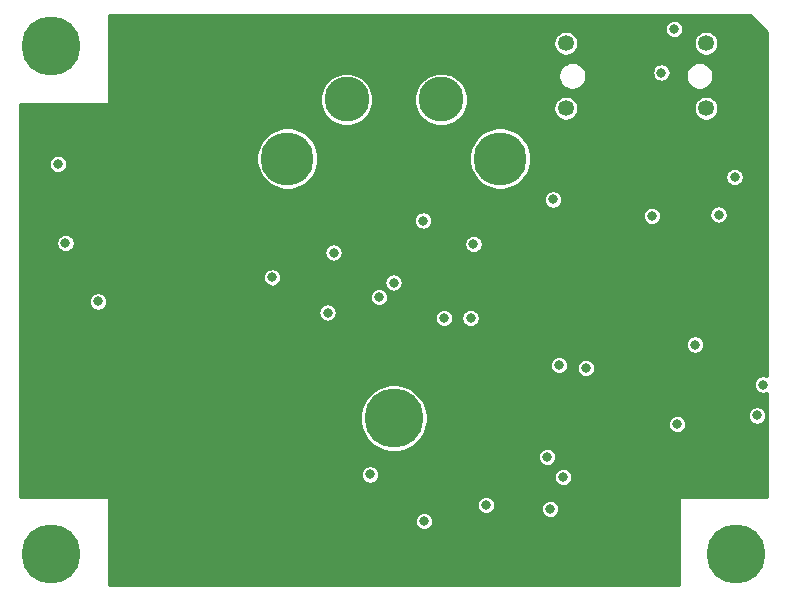
<source format=gbr>
G04 #@! TF.GenerationSoftware,KiCad,Pcbnew,(5.1.9-0-10_14)*
G04 #@! TF.CreationDate,2021-05-06T17:38:12-07:00*
G04 #@! TF.ProjectId,Luminometer_ADC,4c756d69-6e6f-46d6-9574-65725f414443,rev?*
G04 #@! TF.SameCoordinates,Original*
G04 #@! TF.FileFunction,Copper,L3,Inr*
G04 #@! TF.FilePolarity,Positive*
%FSLAX46Y46*%
G04 Gerber Fmt 4.6, Leading zero omitted, Abs format (unit mm)*
G04 Created by KiCad (PCBNEW (5.1.9-0-10_14)) date 2021-05-06 17:38:12*
%MOMM*%
%LPD*%
G01*
G04 APERTURE LIST*
G04 #@! TA.AperFunction,ComponentPad*
%ADD10C,1.350000*%
G04 #@! TD*
G04 #@! TA.AperFunction,ComponentPad*
%ADD11C,5.000000*%
G04 #@! TD*
G04 #@! TA.AperFunction,ComponentPad*
%ADD12C,4.500000*%
G04 #@! TD*
G04 #@! TA.AperFunction,ComponentPad*
%ADD13C,3.800000*%
G04 #@! TD*
G04 #@! TA.AperFunction,ViaPad*
%ADD14C,0.800000*%
G04 #@! TD*
G04 #@! TA.AperFunction,Conductor*
%ADD15C,0.254000*%
G04 #@! TD*
G04 #@! TA.AperFunction,Conductor*
%ADD16C,0.100000*%
G04 #@! TD*
G04 APERTURE END LIST*
D10*
X162065000Y-88750000D03*
X173935000Y-88750000D03*
X173935000Y-83250000D03*
X162065000Y-83250000D03*
D11*
X147500000Y-115000000D03*
X176500000Y-126500000D03*
D12*
X138500000Y-93000000D03*
D13*
X151500000Y-88000000D03*
D11*
X118500000Y-126500000D03*
D12*
X156500000Y-93000000D03*
D13*
X143500000Y-88000000D03*
D11*
X118500000Y-83500000D03*
D14*
X163450000Y-121900000D03*
X173300000Y-110200000D03*
X169628000Y-99128000D03*
X173563000Y-116834000D03*
X176359000Y-96334000D03*
X155278000Y-121177000D03*
X141562000Y-122447000D03*
X149182000Y-127273000D03*
X123700000Y-97850000D03*
X140300000Y-104600000D03*
X151296000Y-103497000D03*
X167723000Y-98239000D03*
X133750000Y-114000000D03*
X151500000Y-114000000D03*
X162800000Y-127650000D03*
X119950000Y-98750000D03*
X157250000Y-124250000D03*
X158750000Y-121500000D03*
X165500000Y-84750000D03*
X166750000Y-84750000D03*
X121000000Y-98750000D03*
X122100000Y-98750000D03*
X118800000Y-97950000D03*
X168000000Y-84750000D03*
X164500000Y-113250000D03*
X169750000Y-114500000D03*
X119700000Y-100150000D03*
X137210000Y-103060000D03*
X119050000Y-93450000D03*
X178770000Y-112135000D03*
X171250000Y-82038000D03*
X175000000Y-97750000D03*
X178250000Y-114750000D03*
X176359000Y-94556000D03*
X170156000Y-85721000D03*
X160992000Y-96461000D03*
X150000000Y-98250000D03*
X154250000Y-100250000D03*
X154000000Y-106500000D03*
X151750000Y-106500000D03*
X160500000Y-118250000D03*
X145500000Y-119750000D03*
X173000000Y-108750000D03*
X169350000Y-97850000D03*
X147486000Y-103497000D03*
X160750000Y-122650000D03*
X155300000Y-122350000D03*
X163750000Y-110750000D03*
X150071000Y-123717000D03*
X122450000Y-105100000D03*
X171500000Y-115500000D03*
X141898000Y-106037000D03*
X142406000Y-100957000D03*
X161500000Y-110500000D03*
X161850000Y-119950000D03*
X146250000Y-104750000D03*
D15*
X179123000Y-82302606D02*
X179123000Y-111440198D01*
X178996643Y-111387859D01*
X178846528Y-111358000D01*
X178693472Y-111358000D01*
X178543357Y-111387859D01*
X178401952Y-111446431D01*
X178274691Y-111531464D01*
X178166464Y-111639691D01*
X178081431Y-111766952D01*
X178022859Y-111908357D01*
X177993000Y-112058472D01*
X177993000Y-112211528D01*
X178022859Y-112361643D01*
X178081431Y-112503048D01*
X178166464Y-112630309D01*
X178274691Y-112738536D01*
X178401952Y-112823569D01*
X178543357Y-112882141D01*
X178693472Y-112912000D01*
X178846528Y-112912000D01*
X178996643Y-112882141D01*
X179123000Y-112829802D01*
X179123000Y-121623000D01*
X171750000Y-121623000D01*
X171725224Y-121625440D01*
X171701399Y-121632667D01*
X171679443Y-121644403D01*
X171660197Y-121660197D01*
X171644403Y-121679443D01*
X171632667Y-121701399D01*
X171625440Y-121725224D01*
X171623000Y-121750000D01*
X171623000Y-129123000D01*
X123377000Y-129123000D01*
X123377000Y-123640472D01*
X149294000Y-123640472D01*
X149294000Y-123793528D01*
X149323859Y-123943643D01*
X149382431Y-124085048D01*
X149467464Y-124212309D01*
X149575691Y-124320536D01*
X149702952Y-124405569D01*
X149844357Y-124464141D01*
X149994472Y-124494000D01*
X150147528Y-124494000D01*
X150297643Y-124464141D01*
X150439048Y-124405569D01*
X150566309Y-124320536D01*
X150674536Y-124212309D01*
X150759569Y-124085048D01*
X150818141Y-123943643D01*
X150848000Y-123793528D01*
X150848000Y-123640472D01*
X150818141Y-123490357D01*
X150759569Y-123348952D01*
X150674536Y-123221691D01*
X150566309Y-123113464D01*
X150439048Y-123028431D01*
X150297643Y-122969859D01*
X150147528Y-122940000D01*
X149994472Y-122940000D01*
X149844357Y-122969859D01*
X149702952Y-123028431D01*
X149575691Y-123113464D01*
X149467464Y-123221691D01*
X149382431Y-123348952D01*
X149323859Y-123490357D01*
X149294000Y-123640472D01*
X123377000Y-123640472D01*
X123377000Y-122273472D01*
X154523000Y-122273472D01*
X154523000Y-122426528D01*
X154552859Y-122576643D01*
X154611431Y-122718048D01*
X154696464Y-122845309D01*
X154804691Y-122953536D01*
X154931952Y-123038569D01*
X155073357Y-123097141D01*
X155223472Y-123127000D01*
X155376528Y-123127000D01*
X155526643Y-123097141D01*
X155668048Y-123038569D01*
X155795309Y-122953536D01*
X155903536Y-122845309D01*
X155988569Y-122718048D01*
X156047141Y-122576643D01*
X156047771Y-122573472D01*
X159973000Y-122573472D01*
X159973000Y-122726528D01*
X160002859Y-122876643D01*
X160061431Y-123018048D01*
X160146464Y-123145309D01*
X160254691Y-123253536D01*
X160381952Y-123338569D01*
X160523357Y-123397141D01*
X160673472Y-123427000D01*
X160826528Y-123427000D01*
X160976643Y-123397141D01*
X161118048Y-123338569D01*
X161245309Y-123253536D01*
X161353536Y-123145309D01*
X161438569Y-123018048D01*
X161497141Y-122876643D01*
X161527000Y-122726528D01*
X161527000Y-122573472D01*
X161497141Y-122423357D01*
X161438569Y-122281952D01*
X161353536Y-122154691D01*
X161245309Y-122046464D01*
X161118048Y-121961431D01*
X160976643Y-121902859D01*
X160826528Y-121873000D01*
X160673472Y-121873000D01*
X160523357Y-121902859D01*
X160381952Y-121961431D01*
X160254691Y-122046464D01*
X160146464Y-122154691D01*
X160061431Y-122281952D01*
X160002859Y-122423357D01*
X159973000Y-122573472D01*
X156047771Y-122573472D01*
X156077000Y-122426528D01*
X156077000Y-122273472D01*
X156047141Y-122123357D01*
X155988569Y-121981952D01*
X155903536Y-121854691D01*
X155795309Y-121746464D01*
X155668048Y-121661431D01*
X155526643Y-121602859D01*
X155376528Y-121573000D01*
X155223472Y-121573000D01*
X155073357Y-121602859D01*
X154931952Y-121661431D01*
X154804691Y-121746464D01*
X154696464Y-121854691D01*
X154611431Y-121981952D01*
X154552859Y-122123357D01*
X154523000Y-122273472D01*
X123377000Y-122273472D01*
X123377000Y-121750000D01*
X123374560Y-121725224D01*
X123367333Y-121701399D01*
X123355597Y-121679443D01*
X123339803Y-121660197D01*
X123320557Y-121644403D01*
X123298601Y-121632667D01*
X123274776Y-121625440D01*
X123250000Y-121623000D01*
X115877000Y-121623000D01*
X115877000Y-119673472D01*
X144723000Y-119673472D01*
X144723000Y-119826528D01*
X144752859Y-119976643D01*
X144811431Y-120118048D01*
X144896464Y-120245309D01*
X145004691Y-120353536D01*
X145131952Y-120438569D01*
X145273357Y-120497141D01*
X145423472Y-120527000D01*
X145576528Y-120527000D01*
X145726643Y-120497141D01*
X145868048Y-120438569D01*
X145995309Y-120353536D01*
X146103536Y-120245309D01*
X146188569Y-120118048D01*
X146247141Y-119976643D01*
X146267662Y-119873472D01*
X161073000Y-119873472D01*
X161073000Y-120026528D01*
X161102859Y-120176643D01*
X161161431Y-120318048D01*
X161246464Y-120445309D01*
X161354691Y-120553536D01*
X161481952Y-120638569D01*
X161623357Y-120697141D01*
X161773472Y-120727000D01*
X161926528Y-120727000D01*
X162076643Y-120697141D01*
X162218048Y-120638569D01*
X162345309Y-120553536D01*
X162453536Y-120445309D01*
X162538569Y-120318048D01*
X162597141Y-120176643D01*
X162627000Y-120026528D01*
X162627000Y-119873472D01*
X162597141Y-119723357D01*
X162538569Y-119581952D01*
X162453536Y-119454691D01*
X162345309Y-119346464D01*
X162218048Y-119261431D01*
X162076643Y-119202859D01*
X161926528Y-119173000D01*
X161773472Y-119173000D01*
X161623357Y-119202859D01*
X161481952Y-119261431D01*
X161354691Y-119346464D01*
X161246464Y-119454691D01*
X161161431Y-119581952D01*
X161102859Y-119723357D01*
X161073000Y-119873472D01*
X146267662Y-119873472D01*
X146277000Y-119826528D01*
X146277000Y-119673472D01*
X146247141Y-119523357D01*
X146188569Y-119381952D01*
X146103536Y-119254691D01*
X145995309Y-119146464D01*
X145868048Y-119061431D01*
X145726643Y-119002859D01*
X145576528Y-118973000D01*
X145423472Y-118973000D01*
X145273357Y-119002859D01*
X145131952Y-119061431D01*
X145004691Y-119146464D01*
X144896464Y-119254691D01*
X144811431Y-119381952D01*
X144752859Y-119523357D01*
X144723000Y-119673472D01*
X115877000Y-119673472D01*
X115877000Y-118173472D01*
X159723000Y-118173472D01*
X159723000Y-118326528D01*
X159752859Y-118476643D01*
X159811431Y-118618048D01*
X159896464Y-118745309D01*
X160004691Y-118853536D01*
X160131952Y-118938569D01*
X160273357Y-118997141D01*
X160423472Y-119027000D01*
X160576528Y-119027000D01*
X160726643Y-118997141D01*
X160868048Y-118938569D01*
X160995309Y-118853536D01*
X161103536Y-118745309D01*
X161188569Y-118618048D01*
X161247141Y-118476643D01*
X161277000Y-118326528D01*
X161277000Y-118173472D01*
X161247141Y-118023357D01*
X161188569Y-117881952D01*
X161103536Y-117754691D01*
X160995309Y-117646464D01*
X160868048Y-117561431D01*
X160726643Y-117502859D01*
X160576528Y-117473000D01*
X160423472Y-117473000D01*
X160273357Y-117502859D01*
X160131952Y-117561431D01*
X160004691Y-117646464D01*
X159896464Y-117754691D01*
X159811431Y-117881952D01*
X159752859Y-118023357D01*
X159723000Y-118173472D01*
X115877000Y-118173472D01*
X115877000Y-114716640D01*
X144623000Y-114716640D01*
X144623000Y-115283360D01*
X144733561Y-115839190D01*
X144950435Y-116362771D01*
X145265288Y-116833981D01*
X145666019Y-117234712D01*
X146137229Y-117549565D01*
X146660810Y-117766439D01*
X147216640Y-117877000D01*
X147783360Y-117877000D01*
X148339190Y-117766439D01*
X148862771Y-117549565D01*
X149333981Y-117234712D01*
X149734712Y-116833981D01*
X150049565Y-116362771D01*
X150266439Y-115839190D01*
X150349130Y-115423472D01*
X170723000Y-115423472D01*
X170723000Y-115576528D01*
X170752859Y-115726643D01*
X170811431Y-115868048D01*
X170896464Y-115995309D01*
X171004691Y-116103536D01*
X171131952Y-116188569D01*
X171273357Y-116247141D01*
X171423472Y-116277000D01*
X171576528Y-116277000D01*
X171726643Y-116247141D01*
X171868048Y-116188569D01*
X171995309Y-116103536D01*
X172103536Y-115995309D01*
X172188569Y-115868048D01*
X172247141Y-115726643D01*
X172277000Y-115576528D01*
X172277000Y-115423472D01*
X172247141Y-115273357D01*
X172188569Y-115131952D01*
X172103536Y-115004691D01*
X171995309Y-114896464D01*
X171868048Y-114811431D01*
X171726643Y-114752859D01*
X171576528Y-114723000D01*
X171423472Y-114723000D01*
X171273357Y-114752859D01*
X171131952Y-114811431D01*
X171004691Y-114896464D01*
X170896464Y-115004691D01*
X170811431Y-115131952D01*
X170752859Y-115273357D01*
X170723000Y-115423472D01*
X150349130Y-115423472D01*
X150377000Y-115283360D01*
X150377000Y-114716640D01*
X150368414Y-114673472D01*
X177473000Y-114673472D01*
X177473000Y-114826528D01*
X177502859Y-114976643D01*
X177561431Y-115118048D01*
X177646464Y-115245309D01*
X177754691Y-115353536D01*
X177881952Y-115438569D01*
X178023357Y-115497141D01*
X178173472Y-115527000D01*
X178326528Y-115527000D01*
X178476643Y-115497141D01*
X178618048Y-115438569D01*
X178745309Y-115353536D01*
X178853536Y-115245309D01*
X178938569Y-115118048D01*
X178997141Y-114976643D01*
X179027000Y-114826528D01*
X179027000Y-114673472D01*
X178997141Y-114523357D01*
X178938569Y-114381952D01*
X178853536Y-114254691D01*
X178745309Y-114146464D01*
X178618048Y-114061431D01*
X178476643Y-114002859D01*
X178326528Y-113973000D01*
X178173472Y-113973000D01*
X178023357Y-114002859D01*
X177881952Y-114061431D01*
X177754691Y-114146464D01*
X177646464Y-114254691D01*
X177561431Y-114381952D01*
X177502859Y-114523357D01*
X177473000Y-114673472D01*
X150368414Y-114673472D01*
X150266439Y-114160810D01*
X150049565Y-113637229D01*
X149734712Y-113166019D01*
X149333981Y-112765288D01*
X148862771Y-112450435D01*
X148339190Y-112233561D01*
X147783360Y-112123000D01*
X147216640Y-112123000D01*
X146660810Y-112233561D01*
X146137229Y-112450435D01*
X145666019Y-112765288D01*
X145265288Y-113166019D01*
X144950435Y-113637229D01*
X144733561Y-114160810D01*
X144623000Y-114716640D01*
X115877000Y-114716640D01*
X115877000Y-110423472D01*
X160723000Y-110423472D01*
X160723000Y-110576528D01*
X160752859Y-110726643D01*
X160811431Y-110868048D01*
X160896464Y-110995309D01*
X161004691Y-111103536D01*
X161131952Y-111188569D01*
X161273357Y-111247141D01*
X161423472Y-111277000D01*
X161576528Y-111277000D01*
X161726643Y-111247141D01*
X161868048Y-111188569D01*
X161995309Y-111103536D01*
X162103536Y-110995309D01*
X162188569Y-110868048D01*
X162247141Y-110726643D01*
X162257717Y-110673472D01*
X162973000Y-110673472D01*
X162973000Y-110826528D01*
X163002859Y-110976643D01*
X163061431Y-111118048D01*
X163146464Y-111245309D01*
X163254691Y-111353536D01*
X163381952Y-111438569D01*
X163523357Y-111497141D01*
X163673472Y-111527000D01*
X163826528Y-111527000D01*
X163976643Y-111497141D01*
X164118048Y-111438569D01*
X164245309Y-111353536D01*
X164353536Y-111245309D01*
X164438569Y-111118048D01*
X164497141Y-110976643D01*
X164527000Y-110826528D01*
X164527000Y-110673472D01*
X164497141Y-110523357D01*
X164438569Y-110381952D01*
X164353536Y-110254691D01*
X164245309Y-110146464D01*
X164118048Y-110061431D01*
X163976643Y-110002859D01*
X163826528Y-109973000D01*
X163673472Y-109973000D01*
X163523357Y-110002859D01*
X163381952Y-110061431D01*
X163254691Y-110146464D01*
X163146464Y-110254691D01*
X163061431Y-110381952D01*
X163002859Y-110523357D01*
X162973000Y-110673472D01*
X162257717Y-110673472D01*
X162277000Y-110576528D01*
X162277000Y-110423472D01*
X162247141Y-110273357D01*
X162188569Y-110131952D01*
X162103536Y-110004691D01*
X161995309Y-109896464D01*
X161868048Y-109811431D01*
X161726643Y-109752859D01*
X161576528Y-109723000D01*
X161423472Y-109723000D01*
X161273357Y-109752859D01*
X161131952Y-109811431D01*
X161004691Y-109896464D01*
X160896464Y-110004691D01*
X160811431Y-110131952D01*
X160752859Y-110273357D01*
X160723000Y-110423472D01*
X115877000Y-110423472D01*
X115877000Y-108673472D01*
X172223000Y-108673472D01*
X172223000Y-108826528D01*
X172252859Y-108976643D01*
X172311431Y-109118048D01*
X172396464Y-109245309D01*
X172504691Y-109353536D01*
X172631952Y-109438569D01*
X172773357Y-109497141D01*
X172923472Y-109527000D01*
X173076528Y-109527000D01*
X173226643Y-109497141D01*
X173368048Y-109438569D01*
X173495309Y-109353536D01*
X173603536Y-109245309D01*
X173688569Y-109118048D01*
X173747141Y-108976643D01*
X173777000Y-108826528D01*
X173777000Y-108673472D01*
X173747141Y-108523357D01*
X173688569Y-108381952D01*
X173603536Y-108254691D01*
X173495309Y-108146464D01*
X173368048Y-108061431D01*
X173226643Y-108002859D01*
X173076528Y-107973000D01*
X172923472Y-107973000D01*
X172773357Y-108002859D01*
X172631952Y-108061431D01*
X172504691Y-108146464D01*
X172396464Y-108254691D01*
X172311431Y-108381952D01*
X172252859Y-108523357D01*
X172223000Y-108673472D01*
X115877000Y-108673472D01*
X115877000Y-105960472D01*
X141121000Y-105960472D01*
X141121000Y-106113528D01*
X141150859Y-106263643D01*
X141209431Y-106405048D01*
X141294464Y-106532309D01*
X141402691Y-106640536D01*
X141529952Y-106725569D01*
X141671357Y-106784141D01*
X141821472Y-106814000D01*
X141974528Y-106814000D01*
X142124643Y-106784141D01*
X142266048Y-106725569D01*
X142393309Y-106640536D01*
X142501536Y-106532309D01*
X142574258Y-106423472D01*
X150973000Y-106423472D01*
X150973000Y-106576528D01*
X151002859Y-106726643D01*
X151061431Y-106868048D01*
X151146464Y-106995309D01*
X151254691Y-107103536D01*
X151381952Y-107188569D01*
X151523357Y-107247141D01*
X151673472Y-107277000D01*
X151826528Y-107277000D01*
X151976643Y-107247141D01*
X152118048Y-107188569D01*
X152245309Y-107103536D01*
X152353536Y-106995309D01*
X152438569Y-106868048D01*
X152497141Y-106726643D01*
X152527000Y-106576528D01*
X152527000Y-106423472D01*
X153223000Y-106423472D01*
X153223000Y-106576528D01*
X153252859Y-106726643D01*
X153311431Y-106868048D01*
X153396464Y-106995309D01*
X153504691Y-107103536D01*
X153631952Y-107188569D01*
X153773357Y-107247141D01*
X153923472Y-107277000D01*
X154076528Y-107277000D01*
X154226643Y-107247141D01*
X154368048Y-107188569D01*
X154495309Y-107103536D01*
X154603536Y-106995309D01*
X154688569Y-106868048D01*
X154747141Y-106726643D01*
X154777000Y-106576528D01*
X154777000Y-106423472D01*
X154747141Y-106273357D01*
X154688569Y-106131952D01*
X154603536Y-106004691D01*
X154495309Y-105896464D01*
X154368048Y-105811431D01*
X154226643Y-105752859D01*
X154076528Y-105723000D01*
X153923472Y-105723000D01*
X153773357Y-105752859D01*
X153631952Y-105811431D01*
X153504691Y-105896464D01*
X153396464Y-106004691D01*
X153311431Y-106131952D01*
X153252859Y-106273357D01*
X153223000Y-106423472D01*
X152527000Y-106423472D01*
X152497141Y-106273357D01*
X152438569Y-106131952D01*
X152353536Y-106004691D01*
X152245309Y-105896464D01*
X152118048Y-105811431D01*
X151976643Y-105752859D01*
X151826528Y-105723000D01*
X151673472Y-105723000D01*
X151523357Y-105752859D01*
X151381952Y-105811431D01*
X151254691Y-105896464D01*
X151146464Y-106004691D01*
X151061431Y-106131952D01*
X151002859Y-106273357D01*
X150973000Y-106423472D01*
X142574258Y-106423472D01*
X142586569Y-106405048D01*
X142645141Y-106263643D01*
X142675000Y-106113528D01*
X142675000Y-105960472D01*
X142645141Y-105810357D01*
X142586569Y-105668952D01*
X142501536Y-105541691D01*
X142393309Y-105433464D01*
X142266048Y-105348431D01*
X142124643Y-105289859D01*
X141974528Y-105260000D01*
X141821472Y-105260000D01*
X141671357Y-105289859D01*
X141529952Y-105348431D01*
X141402691Y-105433464D01*
X141294464Y-105541691D01*
X141209431Y-105668952D01*
X141150859Y-105810357D01*
X141121000Y-105960472D01*
X115877000Y-105960472D01*
X115877000Y-105023472D01*
X121673000Y-105023472D01*
X121673000Y-105176528D01*
X121702859Y-105326643D01*
X121761431Y-105468048D01*
X121846464Y-105595309D01*
X121954691Y-105703536D01*
X122081952Y-105788569D01*
X122223357Y-105847141D01*
X122373472Y-105877000D01*
X122526528Y-105877000D01*
X122676643Y-105847141D01*
X122818048Y-105788569D01*
X122945309Y-105703536D01*
X123053536Y-105595309D01*
X123138569Y-105468048D01*
X123197141Y-105326643D01*
X123227000Y-105176528D01*
X123227000Y-105023472D01*
X123197141Y-104873357D01*
X123138569Y-104731952D01*
X123099494Y-104673472D01*
X145473000Y-104673472D01*
X145473000Y-104826528D01*
X145502859Y-104976643D01*
X145561431Y-105118048D01*
X145646464Y-105245309D01*
X145754691Y-105353536D01*
X145881952Y-105438569D01*
X146023357Y-105497141D01*
X146173472Y-105527000D01*
X146326528Y-105527000D01*
X146476643Y-105497141D01*
X146618048Y-105438569D01*
X146745309Y-105353536D01*
X146853536Y-105245309D01*
X146938569Y-105118048D01*
X146997141Y-104976643D01*
X147027000Y-104826528D01*
X147027000Y-104673472D01*
X146997141Y-104523357D01*
X146938569Y-104381952D01*
X146853536Y-104254691D01*
X146745309Y-104146464D01*
X146618048Y-104061431D01*
X146476643Y-104002859D01*
X146326528Y-103973000D01*
X146173472Y-103973000D01*
X146023357Y-104002859D01*
X145881952Y-104061431D01*
X145754691Y-104146464D01*
X145646464Y-104254691D01*
X145561431Y-104381952D01*
X145502859Y-104523357D01*
X145473000Y-104673472D01*
X123099494Y-104673472D01*
X123053536Y-104604691D01*
X122945309Y-104496464D01*
X122818048Y-104411431D01*
X122676643Y-104352859D01*
X122526528Y-104323000D01*
X122373472Y-104323000D01*
X122223357Y-104352859D01*
X122081952Y-104411431D01*
X121954691Y-104496464D01*
X121846464Y-104604691D01*
X121761431Y-104731952D01*
X121702859Y-104873357D01*
X121673000Y-105023472D01*
X115877000Y-105023472D01*
X115877000Y-102983472D01*
X136433000Y-102983472D01*
X136433000Y-103136528D01*
X136462859Y-103286643D01*
X136521431Y-103428048D01*
X136606464Y-103555309D01*
X136714691Y-103663536D01*
X136841952Y-103748569D01*
X136983357Y-103807141D01*
X137133472Y-103837000D01*
X137286528Y-103837000D01*
X137436643Y-103807141D01*
X137578048Y-103748569D01*
X137705309Y-103663536D01*
X137813536Y-103555309D01*
X137898569Y-103428048D01*
X137901707Y-103420472D01*
X146709000Y-103420472D01*
X146709000Y-103573528D01*
X146738859Y-103723643D01*
X146797431Y-103865048D01*
X146882464Y-103992309D01*
X146990691Y-104100536D01*
X147117952Y-104185569D01*
X147259357Y-104244141D01*
X147409472Y-104274000D01*
X147562528Y-104274000D01*
X147712643Y-104244141D01*
X147854048Y-104185569D01*
X147981309Y-104100536D01*
X148089536Y-103992309D01*
X148174569Y-103865048D01*
X148233141Y-103723643D01*
X148263000Y-103573528D01*
X148263000Y-103420472D01*
X148233141Y-103270357D01*
X148174569Y-103128952D01*
X148089536Y-103001691D01*
X147981309Y-102893464D01*
X147854048Y-102808431D01*
X147712643Y-102749859D01*
X147562528Y-102720000D01*
X147409472Y-102720000D01*
X147259357Y-102749859D01*
X147117952Y-102808431D01*
X146990691Y-102893464D01*
X146882464Y-103001691D01*
X146797431Y-103128952D01*
X146738859Y-103270357D01*
X146709000Y-103420472D01*
X137901707Y-103420472D01*
X137957141Y-103286643D01*
X137987000Y-103136528D01*
X137987000Y-102983472D01*
X137957141Y-102833357D01*
X137898569Y-102691952D01*
X137813536Y-102564691D01*
X137705309Y-102456464D01*
X137578048Y-102371431D01*
X137436643Y-102312859D01*
X137286528Y-102283000D01*
X137133472Y-102283000D01*
X136983357Y-102312859D01*
X136841952Y-102371431D01*
X136714691Y-102456464D01*
X136606464Y-102564691D01*
X136521431Y-102691952D01*
X136462859Y-102833357D01*
X136433000Y-102983472D01*
X115877000Y-102983472D01*
X115877000Y-100073472D01*
X118923000Y-100073472D01*
X118923000Y-100226528D01*
X118952859Y-100376643D01*
X119011431Y-100518048D01*
X119096464Y-100645309D01*
X119204691Y-100753536D01*
X119331952Y-100838569D01*
X119473357Y-100897141D01*
X119623472Y-100927000D01*
X119776528Y-100927000D01*
X119926643Y-100897141D01*
X119966885Y-100880472D01*
X141629000Y-100880472D01*
X141629000Y-101033528D01*
X141658859Y-101183643D01*
X141717431Y-101325048D01*
X141802464Y-101452309D01*
X141910691Y-101560536D01*
X142037952Y-101645569D01*
X142179357Y-101704141D01*
X142329472Y-101734000D01*
X142482528Y-101734000D01*
X142632643Y-101704141D01*
X142774048Y-101645569D01*
X142901309Y-101560536D01*
X143009536Y-101452309D01*
X143094569Y-101325048D01*
X143153141Y-101183643D01*
X143183000Y-101033528D01*
X143183000Y-100880472D01*
X143153141Y-100730357D01*
X143094569Y-100588952D01*
X143009536Y-100461691D01*
X142901309Y-100353464D01*
X142774048Y-100268431D01*
X142632643Y-100209859D01*
X142482528Y-100180000D01*
X142329472Y-100180000D01*
X142179357Y-100209859D01*
X142037952Y-100268431D01*
X141910691Y-100353464D01*
X141802464Y-100461691D01*
X141717431Y-100588952D01*
X141658859Y-100730357D01*
X141629000Y-100880472D01*
X119966885Y-100880472D01*
X120068048Y-100838569D01*
X120195309Y-100753536D01*
X120303536Y-100645309D01*
X120388569Y-100518048D01*
X120447141Y-100376643D01*
X120477000Y-100226528D01*
X120477000Y-100173472D01*
X153473000Y-100173472D01*
X153473000Y-100326528D01*
X153502859Y-100476643D01*
X153561431Y-100618048D01*
X153646464Y-100745309D01*
X153754691Y-100853536D01*
X153881952Y-100938569D01*
X154023357Y-100997141D01*
X154173472Y-101027000D01*
X154326528Y-101027000D01*
X154476643Y-100997141D01*
X154618048Y-100938569D01*
X154745309Y-100853536D01*
X154853536Y-100745309D01*
X154938569Y-100618048D01*
X154997141Y-100476643D01*
X155027000Y-100326528D01*
X155027000Y-100173472D01*
X154997141Y-100023357D01*
X154938569Y-99881952D01*
X154853536Y-99754691D01*
X154745309Y-99646464D01*
X154618048Y-99561431D01*
X154476643Y-99502859D01*
X154326528Y-99473000D01*
X154173472Y-99473000D01*
X154023357Y-99502859D01*
X153881952Y-99561431D01*
X153754691Y-99646464D01*
X153646464Y-99754691D01*
X153561431Y-99881952D01*
X153502859Y-100023357D01*
X153473000Y-100173472D01*
X120477000Y-100173472D01*
X120477000Y-100073472D01*
X120447141Y-99923357D01*
X120388569Y-99781952D01*
X120303536Y-99654691D01*
X120195309Y-99546464D01*
X120068048Y-99461431D01*
X119926643Y-99402859D01*
X119776528Y-99373000D01*
X119623472Y-99373000D01*
X119473357Y-99402859D01*
X119331952Y-99461431D01*
X119204691Y-99546464D01*
X119096464Y-99654691D01*
X119011431Y-99781952D01*
X118952859Y-99923357D01*
X118923000Y-100073472D01*
X115877000Y-100073472D01*
X115877000Y-98173472D01*
X149223000Y-98173472D01*
X149223000Y-98326528D01*
X149252859Y-98476643D01*
X149311431Y-98618048D01*
X149396464Y-98745309D01*
X149504691Y-98853536D01*
X149631952Y-98938569D01*
X149773357Y-98997141D01*
X149923472Y-99027000D01*
X150076528Y-99027000D01*
X150226643Y-98997141D01*
X150368048Y-98938569D01*
X150495309Y-98853536D01*
X150603536Y-98745309D01*
X150688569Y-98618048D01*
X150747141Y-98476643D01*
X150777000Y-98326528D01*
X150777000Y-98173472D01*
X150747141Y-98023357D01*
X150688569Y-97881952D01*
X150616086Y-97773472D01*
X168573000Y-97773472D01*
X168573000Y-97926528D01*
X168602859Y-98076643D01*
X168661431Y-98218048D01*
X168746464Y-98345309D01*
X168854691Y-98453536D01*
X168981952Y-98538569D01*
X169123357Y-98597141D01*
X169273472Y-98627000D01*
X169426528Y-98627000D01*
X169576643Y-98597141D01*
X169718048Y-98538569D01*
X169845309Y-98453536D01*
X169953536Y-98345309D01*
X170038569Y-98218048D01*
X170097141Y-98076643D01*
X170127000Y-97926528D01*
X170127000Y-97773472D01*
X170107110Y-97673472D01*
X174223000Y-97673472D01*
X174223000Y-97826528D01*
X174252859Y-97976643D01*
X174311431Y-98118048D01*
X174396464Y-98245309D01*
X174504691Y-98353536D01*
X174631952Y-98438569D01*
X174773357Y-98497141D01*
X174923472Y-98527000D01*
X175076528Y-98527000D01*
X175226643Y-98497141D01*
X175368048Y-98438569D01*
X175495309Y-98353536D01*
X175603536Y-98245309D01*
X175688569Y-98118048D01*
X175747141Y-97976643D01*
X175777000Y-97826528D01*
X175777000Y-97673472D01*
X175747141Y-97523357D01*
X175688569Y-97381952D01*
X175603536Y-97254691D01*
X175495309Y-97146464D01*
X175368048Y-97061431D01*
X175226643Y-97002859D01*
X175076528Y-96973000D01*
X174923472Y-96973000D01*
X174773357Y-97002859D01*
X174631952Y-97061431D01*
X174504691Y-97146464D01*
X174396464Y-97254691D01*
X174311431Y-97381952D01*
X174252859Y-97523357D01*
X174223000Y-97673472D01*
X170107110Y-97673472D01*
X170097141Y-97623357D01*
X170038569Y-97481952D01*
X169953536Y-97354691D01*
X169845309Y-97246464D01*
X169718048Y-97161431D01*
X169576643Y-97102859D01*
X169426528Y-97073000D01*
X169273472Y-97073000D01*
X169123357Y-97102859D01*
X168981952Y-97161431D01*
X168854691Y-97246464D01*
X168746464Y-97354691D01*
X168661431Y-97481952D01*
X168602859Y-97623357D01*
X168573000Y-97773472D01*
X150616086Y-97773472D01*
X150603536Y-97754691D01*
X150495309Y-97646464D01*
X150368048Y-97561431D01*
X150226643Y-97502859D01*
X150076528Y-97473000D01*
X149923472Y-97473000D01*
X149773357Y-97502859D01*
X149631952Y-97561431D01*
X149504691Y-97646464D01*
X149396464Y-97754691D01*
X149311431Y-97881952D01*
X149252859Y-98023357D01*
X149223000Y-98173472D01*
X115877000Y-98173472D01*
X115877000Y-96384472D01*
X160215000Y-96384472D01*
X160215000Y-96537528D01*
X160244859Y-96687643D01*
X160303431Y-96829048D01*
X160388464Y-96956309D01*
X160496691Y-97064536D01*
X160623952Y-97149569D01*
X160765357Y-97208141D01*
X160915472Y-97238000D01*
X161068528Y-97238000D01*
X161218643Y-97208141D01*
X161360048Y-97149569D01*
X161487309Y-97064536D01*
X161595536Y-96956309D01*
X161680569Y-96829048D01*
X161739141Y-96687643D01*
X161769000Y-96537528D01*
X161769000Y-96384472D01*
X161739141Y-96234357D01*
X161680569Y-96092952D01*
X161595536Y-95965691D01*
X161487309Y-95857464D01*
X161360048Y-95772431D01*
X161218643Y-95713859D01*
X161068528Y-95684000D01*
X160915472Y-95684000D01*
X160765357Y-95713859D01*
X160623952Y-95772431D01*
X160496691Y-95857464D01*
X160388464Y-95965691D01*
X160303431Y-96092952D01*
X160244859Y-96234357D01*
X160215000Y-96384472D01*
X115877000Y-96384472D01*
X115877000Y-93373472D01*
X118273000Y-93373472D01*
X118273000Y-93526528D01*
X118302859Y-93676643D01*
X118361431Y-93818048D01*
X118446464Y-93945309D01*
X118554691Y-94053536D01*
X118681952Y-94138569D01*
X118823357Y-94197141D01*
X118973472Y-94227000D01*
X119126528Y-94227000D01*
X119276643Y-94197141D01*
X119418048Y-94138569D01*
X119545309Y-94053536D01*
X119653536Y-93945309D01*
X119738569Y-93818048D01*
X119797141Y-93676643D01*
X119827000Y-93526528D01*
X119827000Y-93373472D01*
X119797141Y-93223357D01*
X119738569Y-93081952D01*
X119653536Y-92954691D01*
X119545309Y-92846464D01*
X119418048Y-92761431D01*
X119369359Y-92741263D01*
X135873000Y-92741263D01*
X135873000Y-93258737D01*
X135973954Y-93766268D01*
X136171983Y-94244351D01*
X136459476Y-94674615D01*
X136825385Y-95040524D01*
X137255649Y-95328017D01*
X137733732Y-95526046D01*
X138241263Y-95627000D01*
X138758737Y-95627000D01*
X139266268Y-95526046D01*
X139744351Y-95328017D01*
X140174615Y-95040524D01*
X140540524Y-94674615D01*
X140828017Y-94244351D01*
X141026046Y-93766268D01*
X141127000Y-93258737D01*
X141127000Y-92741263D01*
X153873000Y-92741263D01*
X153873000Y-93258737D01*
X153973954Y-93766268D01*
X154171983Y-94244351D01*
X154459476Y-94674615D01*
X154825385Y-95040524D01*
X155255649Y-95328017D01*
X155733732Y-95526046D01*
X156241263Y-95627000D01*
X156758737Y-95627000D01*
X157266268Y-95526046D01*
X157744351Y-95328017D01*
X158174615Y-95040524D01*
X158540524Y-94674615D01*
X158670914Y-94479472D01*
X175582000Y-94479472D01*
X175582000Y-94632528D01*
X175611859Y-94782643D01*
X175670431Y-94924048D01*
X175755464Y-95051309D01*
X175863691Y-95159536D01*
X175990952Y-95244569D01*
X176132357Y-95303141D01*
X176282472Y-95333000D01*
X176435528Y-95333000D01*
X176585643Y-95303141D01*
X176727048Y-95244569D01*
X176854309Y-95159536D01*
X176962536Y-95051309D01*
X177047569Y-94924048D01*
X177106141Y-94782643D01*
X177136000Y-94632528D01*
X177136000Y-94479472D01*
X177106141Y-94329357D01*
X177047569Y-94187952D01*
X176962536Y-94060691D01*
X176854309Y-93952464D01*
X176727048Y-93867431D01*
X176585643Y-93808859D01*
X176435528Y-93779000D01*
X176282472Y-93779000D01*
X176132357Y-93808859D01*
X175990952Y-93867431D01*
X175863691Y-93952464D01*
X175755464Y-94060691D01*
X175670431Y-94187952D01*
X175611859Y-94329357D01*
X175582000Y-94479472D01*
X158670914Y-94479472D01*
X158828017Y-94244351D01*
X159026046Y-93766268D01*
X159127000Y-93258737D01*
X159127000Y-92741263D01*
X159026046Y-92233732D01*
X158828017Y-91755649D01*
X158540524Y-91325385D01*
X158174615Y-90959476D01*
X157744351Y-90671983D01*
X157266268Y-90473954D01*
X156758737Y-90373000D01*
X156241263Y-90373000D01*
X155733732Y-90473954D01*
X155255649Y-90671983D01*
X154825385Y-90959476D01*
X154459476Y-91325385D01*
X154171983Y-91755649D01*
X153973954Y-92233732D01*
X153873000Y-92741263D01*
X141127000Y-92741263D01*
X141026046Y-92233732D01*
X140828017Y-91755649D01*
X140540524Y-91325385D01*
X140174615Y-90959476D01*
X139744351Y-90671983D01*
X139266268Y-90473954D01*
X138758737Y-90373000D01*
X138241263Y-90373000D01*
X137733732Y-90473954D01*
X137255649Y-90671983D01*
X136825385Y-90959476D01*
X136459476Y-91325385D01*
X136171983Y-91755649D01*
X135973954Y-92233732D01*
X135873000Y-92741263D01*
X119369359Y-92741263D01*
X119276643Y-92702859D01*
X119126528Y-92673000D01*
X118973472Y-92673000D01*
X118823357Y-92702859D01*
X118681952Y-92761431D01*
X118554691Y-92846464D01*
X118446464Y-92954691D01*
X118361431Y-93081952D01*
X118302859Y-93223357D01*
X118273000Y-93373472D01*
X115877000Y-93373472D01*
X115877000Y-88377000D01*
X123250000Y-88377000D01*
X123274776Y-88374560D01*
X123298601Y-88367333D01*
X123320557Y-88355597D01*
X123339803Y-88339803D01*
X123355597Y-88320557D01*
X123367333Y-88298601D01*
X123374560Y-88274776D01*
X123377000Y-88250000D01*
X123377000Y-87775735D01*
X141223000Y-87775735D01*
X141223000Y-88224265D01*
X141310504Y-88664176D01*
X141482149Y-89078564D01*
X141731339Y-89451503D01*
X142048497Y-89768661D01*
X142421436Y-90017851D01*
X142835824Y-90189496D01*
X143275735Y-90277000D01*
X143724265Y-90277000D01*
X144164176Y-90189496D01*
X144578564Y-90017851D01*
X144951503Y-89768661D01*
X145268661Y-89451503D01*
X145517851Y-89078564D01*
X145689496Y-88664176D01*
X145777000Y-88224265D01*
X145777000Y-87775735D01*
X149223000Y-87775735D01*
X149223000Y-88224265D01*
X149310504Y-88664176D01*
X149482149Y-89078564D01*
X149731339Y-89451503D01*
X150048497Y-89768661D01*
X150421436Y-90017851D01*
X150835824Y-90189496D01*
X151275735Y-90277000D01*
X151724265Y-90277000D01*
X152164176Y-90189496D01*
X152578564Y-90017851D01*
X152951503Y-89768661D01*
X153268661Y-89451503D01*
X153517851Y-89078564D01*
X153689496Y-88664176D01*
X153693034Y-88646387D01*
X161013000Y-88646387D01*
X161013000Y-88853613D01*
X161053428Y-89056857D01*
X161132730Y-89248309D01*
X161247858Y-89420611D01*
X161394389Y-89567142D01*
X161566691Y-89682270D01*
X161758143Y-89761572D01*
X161961387Y-89802000D01*
X162168613Y-89802000D01*
X162371857Y-89761572D01*
X162563309Y-89682270D01*
X162735611Y-89567142D01*
X162882142Y-89420611D01*
X162997270Y-89248309D01*
X163076572Y-89056857D01*
X163117000Y-88853613D01*
X163117000Y-88646387D01*
X172883000Y-88646387D01*
X172883000Y-88853613D01*
X172923428Y-89056857D01*
X173002730Y-89248309D01*
X173117858Y-89420611D01*
X173264389Y-89567142D01*
X173436691Y-89682270D01*
X173628143Y-89761572D01*
X173831387Y-89802000D01*
X174038613Y-89802000D01*
X174241857Y-89761572D01*
X174433309Y-89682270D01*
X174605611Y-89567142D01*
X174752142Y-89420611D01*
X174867270Y-89248309D01*
X174946572Y-89056857D01*
X174987000Y-88853613D01*
X174987000Y-88646387D01*
X174946572Y-88443143D01*
X174867270Y-88251691D01*
X174752142Y-88079389D01*
X174605611Y-87932858D01*
X174433309Y-87817730D01*
X174241857Y-87738428D01*
X174038613Y-87698000D01*
X173831387Y-87698000D01*
X173628143Y-87738428D01*
X173436691Y-87817730D01*
X173264389Y-87932858D01*
X173117858Y-88079389D01*
X173002730Y-88251691D01*
X172923428Y-88443143D01*
X172883000Y-88646387D01*
X163117000Y-88646387D01*
X163076572Y-88443143D01*
X162997270Y-88251691D01*
X162882142Y-88079389D01*
X162735611Y-87932858D01*
X162563309Y-87817730D01*
X162371857Y-87738428D01*
X162168613Y-87698000D01*
X161961387Y-87698000D01*
X161758143Y-87738428D01*
X161566691Y-87817730D01*
X161394389Y-87932858D01*
X161247858Y-88079389D01*
X161132730Y-88251691D01*
X161053428Y-88443143D01*
X161013000Y-88646387D01*
X153693034Y-88646387D01*
X153777000Y-88224265D01*
X153777000Y-87775735D01*
X153689496Y-87335824D01*
X153517851Y-86921436D01*
X153268661Y-86548497D01*
X152951503Y-86231339D01*
X152578564Y-85982149D01*
X152341795Y-85884076D01*
X161438000Y-85884076D01*
X161438000Y-86115924D01*
X161483231Y-86343318D01*
X161571956Y-86557519D01*
X161700764Y-86750294D01*
X161864706Y-86914236D01*
X162057481Y-87043044D01*
X162271682Y-87131769D01*
X162499076Y-87177000D01*
X162730924Y-87177000D01*
X162958318Y-87131769D01*
X163172519Y-87043044D01*
X163365294Y-86914236D01*
X163529236Y-86750294D01*
X163658044Y-86557519D01*
X163746769Y-86343318D01*
X163792000Y-86115924D01*
X163792000Y-85884076D01*
X163746769Y-85656682D01*
X163741712Y-85644472D01*
X169379000Y-85644472D01*
X169379000Y-85797528D01*
X169408859Y-85947643D01*
X169467431Y-86089048D01*
X169552464Y-86216309D01*
X169660691Y-86324536D01*
X169787952Y-86409569D01*
X169929357Y-86468141D01*
X170079472Y-86498000D01*
X170232528Y-86498000D01*
X170382643Y-86468141D01*
X170524048Y-86409569D01*
X170651309Y-86324536D01*
X170759536Y-86216309D01*
X170844569Y-86089048D01*
X170903141Y-85947643D01*
X170915784Y-85884076D01*
X172208000Y-85884076D01*
X172208000Y-86115924D01*
X172253231Y-86343318D01*
X172341956Y-86557519D01*
X172470764Y-86750294D01*
X172634706Y-86914236D01*
X172827481Y-87043044D01*
X173041682Y-87131769D01*
X173269076Y-87177000D01*
X173500924Y-87177000D01*
X173728318Y-87131769D01*
X173942519Y-87043044D01*
X174135294Y-86914236D01*
X174299236Y-86750294D01*
X174428044Y-86557519D01*
X174516769Y-86343318D01*
X174562000Y-86115924D01*
X174562000Y-85884076D01*
X174516769Y-85656682D01*
X174428044Y-85442481D01*
X174299236Y-85249706D01*
X174135294Y-85085764D01*
X173942519Y-84956956D01*
X173728318Y-84868231D01*
X173500924Y-84823000D01*
X173269076Y-84823000D01*
X173041682Y-84868231D01*
X172827481Y-84956956D01*
X172634706Y-85085764D01*
X172470764Y-85249706D01*
X172341956Y-85442481D01*
X172253231Y-85656682D01*
X172208000Y-85884076D01*
X170915784Y-85884076D01*
X170933000Y-85797528D01*
X170933000Y-85644472D01*
X170903141Y-85494357D01*
X170844569Y-85352952D01*
X170759536Y-85225691D01*
X170651309Y-85117464D01*
X170524048Y-85032431D01*
X170382643Y-84973859D01*
X170232528Y-84944000D01*
X170079472Y-84944000D01*
X169929357Y-84973859D01*
X169787952Y-85032431D01*
X169660691Y-85117464D01*
X169552464Y-85225691D01*
X169467431Y-85352952D01*
X169408859Y-85494357D01*
X169379000Y-85644472D01*
X163741712Y-85644472D01*
X163658044Y-85442481D01*
X163529236Y-85249706D01*
X163365294Y-85085764D01*
X163172519Y-84956956D01*
X162958318Y-84868231D01*
X162730924Y-84823000D01*
X162499076Y-84823000D01*
X162271682Y-84868231D01*
X162057481Y-84956956D01*
X161864706Y-85085764D01*
X161700764Y-85249706D01*
X161571956Y-85442481D01*
X161483231Y-85656682D01*
X161438000Y-85884076D01*
X152341795Y-85884076D01*
X152164176Y-85810504D01*
X151724265Y-85723000D01*
X151275735Y-85723000D01*
X150835824Y-85810504D01*
X150421436Y-85982149D01*
X150048497Y-86231339D01*
X149731339Y-86548497D01*
X149482149Y-86921436D01*
X149310504Y-87335824D01*
X149223000Y-87775735D01*
X145777000Y-87775735D01*
X145689496Y-87335824D01*
X145517851Y-86921436D01*
X145268661Y-86548497D01*
X144951503Y-86231339D01*
X144578564Y-85982149D01*
X144164176Y-85810504D01*
X143724265Y-85723000D01*
X143275735Y-85723000D01*
X142835824Y-85810504D01*
X142421436Y-85982149D01*
X142048497Y-86231339D01*
X141731339Y-86548497D01*
X141482149Y-86921436D01*
X141310504Y-87335824D01*
X141223000Y-87775735D01*
X123377000Y-87775735D01*
X123377000Y-83146387D01*
X161013000Y-83146387D01*
X161013000Y-83353613D01*
X161053428Y-83556857D01*
X161132730Y-83748309D01*
X161247858Y-83920611D01*
X161394389Y-84067142D01*
X161566691Y-84182270D01*
X161758143Y-84261572D01*
X161961387Y-84302000D01*
X162168613Y-84302000D01*
X162371857Y-84261572D01*
X162563309Y-84182270D01*
X162735611Y-84067142D01*
X162882142Y-83920611D01*
X162997270Y-83748309D01*
X163076572Y-83556857D01*
X163117000Y-83353613D01*
X163117000Y-83146387D01*
X172883000Y-83146387D01*
X172883000Y-83353613D01*
X172923428Y-83556857D01*
X173002730Y-83748309D01*
X173117858Y-83920611D01*
X173264389Y-84067142D01*
X173436691Y-84182270D01*
X173628143Y-84261572D01*
X173831387Y-84302000D01*
X174038613Y-84302000D01*
X174241857Y-84261572D01*
X174433309Y-84182270D01*
X174605611Y-84067142D01*
X174752142Y-83920611D01*
X174867270Y-83748309D01*
X174946572Y-83556857D01*
X174987000Y-83353613D01*
X174987000Y-83146387D01*
X174946572Y-82943143D01*
X174867270Y-82751691D01*
X174752142Y-82579389D01*
X174605611Y-82432858D01*
X174433309Y-82317730D01*
X174241857Y-82238428D01*
X174038613Y-82198000D01*
X173831387Y-82198000D01*
X173628143Y-82238428D01*
X173436691Y-82317730D01*
X173264389Y-82432858D01*
X173117858Y-82579389D01*
X173002730Y-82751691D01*
X172923428Y-82943143D01*
X172883000Y-83146387D01*
X163117000Y-83146387D01*
X163076572Y-82943143D01*
X162997270Y-82751691D01*
X162882142Y-82579389D01*
X162735611Y-82432858D01*
X162563309Y-82317730D01*
X162371857Y-82238428D01*
X162168613Y-82198000D01*
X161961387Y-82198000D01*
X161758143Y-82238428D01*
X161566691Y-82317730D01*
X161394389Y-82432858D01*
X161247858Y-82579389D01*
X161132730Y-82751691D01*
X161053428Y-82943143D01*
X161013000Y-83146387D01*
X123377000Y-83146387D01*
X123377000Y-81961472D01*
X170473000Y-81961472D01*
X170473000Y-82114528D01*
X170502859Y-82264643D01*
X170561431Y-82406048D01*
X170646464Y-82533309D01*
X170754691Y-82641536D01*
X170881952Y-82726569D01*
X171023357Y-82785141D01*
X171173472Y-82815000D01*
X171326528Y-82815000D01*
X171476643Y-82785141D01*
X171618048Y-82726569D01*
X171745309Y-82641536D01*
X171853536Y-82533309D01*
X171938569Y-82406048D01*
X171997141Y-82264643D01*
X172027000Y-82114528D01*
X172027000Y-81961472D01*
X171997141Y-81811357D01*
X171938569Y-81669952D01*
X171853536Y-81542691D01*
X171745309Y-81434464D01*
X171618048Y-81349431D01*
X171476643Y-81290859D01*
X171326528Y-81261000D01*
X171173472Y-81261000D01*
X171023357Y-81290859D01*
X170881952Y-81349431D01*
X170754691Y-81434464D01*
X170646464Y-81542691D01*
X170561431Y-81669952D01*
X170502859Y-81811357D01*
X170473000Y-81961472D01*
X123377000Y-81961472D01*
X123377000Y-80877000D01*
X177697394Y-80877000D01*
X179123000Y-82302606D01*
G04 #@! TA.AperFunction,Conductor*
D16*
G36*
X179123000Y-82302606D02*
G01*
X179123000Y-111440198D01*
X178996643Y-111387859D01*
X178846528Y-111358000D01*
X178693472Y-111358000D01*
X178543357Y-111387859D01*
X178401952Y-111446431D01*
X178274691Y-111531464D01*
X178166464Y-111639691D01*
X178081431Y-111766952D01*
X178022859Y-111908357D01*
X177993000Y-112058472D01*
X177993000Y-112211528D01*
X178022859Y-112361643D01*
X178081431Y-112503048D01*
X178166464Y-112630309D01*
X178274691Y-112738536D01*
X178401952Y-112823569D01*
X178543357Y-112882141D01*
X178693472Y-112912000D01*
X178846528Y-112912000D01*
X178996643Y-112882141D01*
X179123000Y-112829802D01*
X179123000Y-121623000D01*
X171750000Y-121623000D01*
X171725224Y-121625440D01*
X171701399Y-121632667D01*
X171679443Y-121644403D01*
X171660197Y-121660197D01*
X171644403Y-121679443D01*
X171632667Y-121701399D01*
X171625440Y-121725224D01*
X171623000Y-121750000D01*
X171623000Y-129123000D01*
X123377000Y-129123000D01*
X123377000Y-123640472D01*
X149294000Y-123640472D01*
X149294000Y-123793528D01*
X149323859Y-123943643D01*
X149382431Y-124085048D01*
X149467464Y-124212309D01*
X149575691Y-124320536D01*
X149702952Y-124405569D01*
X149844357Y-124464141D01*
X149994472Y-124494000D01*
X150147528Y-124494000D01*
X150297643Y-124464141D01*
X150439048Y-124405569D01*
X150566309Y-124320536D01*
X150674536Y-124212309D01*
X150759569Y-124085048D01*
X150818141Y-123943643D01*
X150848000Y-123793528D01*
X150848000Y-123640472D01*
X150818141Y-123490357D01*
X150759569Y-123348952D01*
X150674536Y-123221691D01*
X150566309Y-123113464D01*
X150439048Y-123028431D01*
X150297643Y-122969859D01*
X150147528Y-122940000D01*
X149994472Y-122940000D01*
X149844357Y-122969859D01*
X149702952Y-123028431D01*
X149575691Y-123113464D01*
X149467464Y-123221691D01*
X149382431Y-123348952D01*
X149323859Y-123490357D01*
X149294000Y-123640472D01*
X123377000Y-123640472D01*
X123377000Y-122273472D01*
X154523000Y-122273472D01*
X154523000Y-122426528D01*
X154552859Y-122576643D01*
X154611431Y-122718048D01*
X154696464Y-122845309D01*
X154804691Y-122953536D01*
X154931952Y-123038569D01*
X155073357Y-123097141D01*
X155223472Y-123127000D01*
X155376528Y-123127000D01*
X155526643Y-123097141D01*
X155668048Y-123038569D01*
X155795309Y-122953536D01*
X155903536Y-122845309D01*
X155988569Y-122718048D01*
X156047141Y-122576643D01*
X156047771Y-122573472D01*
X159973000Y-122573472D01*
X159973000Y-122726528D01*
X160002859Y-122876643D01*
X160061431Y-123018048D01*
X160146464Y-123145309D01*
X160254691Y-123253536D01*
X160381952Y-123338569D01*
X160523357Y-123397141D01*
X160673472Y-123427000D01*
X160826528Y-123427000D01*
X160976643Y-123397141D01*
X161118048Y-123338569D01*
X161245309Y-123253536D01*
X161353536Y-123145309D01*
X161438569Y-123018048D01*
X161497141Y-122876643D01*
X161527000Y-122726528D01*
X161527000Y-122573472D01*
X161497141Y-122423357D01*
X161438569Y-122281952D01*
X161353536Y-122154691D01*
X161245309Y-122046464D01*
X161118048Y-121961431D01*
X160976643Y-121902859D01*
X160826528Y-121873000D01*
X160673472Y-121873000D01*
X160523357Y-121902859D01*
X160381952Y-121961431D01*
X160254691Y-122046464D01*
X160146464Y-122154691D01*
X160061431Y-122281952D01*
X160002859Y-122423357D01*
X159973000Y-122573472D01*
X156047771Y-122573472D01*
X156077000Y-122426528D01*
X156077000Y-122273472D01*
X156047141Y-122123357D01*
X155988569Y-121981952D01*
X155903536Y-121854691D01*
X155795309Y-121746464D01*
X155668048Y-121661431D01*
X155526643Y-121602859D01*
X155376528Y-121573000D01*
X155223472Y-121573000D01*
X155073357Y-121602859D01*
X154931952Y-121661431D01*
X154804691Y-121746464D01*
X154696464Y-121854691D01*
X154611431Y-121981952D01*
X154552859Y-122123357D01*
X154523000Y-122273472D01*
X123377000Y-122273472D01*
X123377000Y-121750000D01*
X123374560Y-121725224D01*
X123367333Y-121701399D01*
X123355597Y-121679443D01*
X123339803Y-121660197D01*
X123320557Y-121644403D01*
X123298601Y-121632667D01*
X123274776Y-121625440D01*
X123250000Y-121623000D01*
X115877000Y-121623000D01*
X115877000Y-119673472D01*
X144723000Y-119673472D01*
X144723000Y-119826528D01*
X144752859Y-119976643D01*
X144811431Y-120118048D01*
X144896464Y-120245309D01*
X145004691Y-120353536D01*
X145131952Y-120438569D01*
X145273357Y-120497141D01*
X145423472Y-120527000D01*
X145576528Y-120527000D01*
X145726643Y-120497141D01*
X145868048Y-120438569D01*
X145995309Y-120353536D01*
X146103536Y-120245309D01*
X146188569Y-120118048D01*
X146247141Y-119976643D01*
X146267662Y-119873472D01*
X161073000Y-119873472D01*
X161073000Y-120026528D01*
X161102859Y-120176643D01*
X161161431Y-120318048D01*
X161246464Y-120445309D01*
X161354691Y-120553536D01*
X161481952Y-120638569D01*
X161623357Y-120697141D01*
X161773472Y-120727000D01*
X161926528Y-120727000D01*
X162076643Y-120697141D01*
X162218048Y-120638569D01*
X162345309Y-120553536D01*
X162453536Y-120445309D01*
X162538569Y-120318048D01*
X162597141Y-120176643D01*
X162627000Y-120026528D01*
X162627000Y-119873472D01*
X162597141Y-119723357D01*
X162538569Y-119581952D01*
X162453536Y-119454691D01*
X162345309Y-119346464D01*
X162218048Y-119261431D01*
X162076643Y-119202859D01*
X161926528Y-119173000D01*
X161773472Y-119173000D01*
X161623357Y-119202859D01*
X161481952Y-119261431D01*
X161354691Y-119346464D01*
X161246464Y-119454691D01*
X161161431Y-119581952D01*
X161102859Y-119723357D01*
X161073000Y-119873472D01*
X146267662Y-119873472D01*
X146277000Y-119826528D01*
X146277000Y-119673472D01*
X146247141Y-119523357D01*
X146188569Y-119381952D01*
X146103536Y-119254691D01*
X145995309Y-119146464D01*
X145868048Y-119061431D01*
X145726643Y-119002859D01*
X145576528Y-118973000D01*
X145423472Y-118973000D01*
X145273357Y-119002859D01*
X145131952Y-119061431D01*
X145004691Y-119146464D01*
X144896464Y-119254691D01*
X144811431Y-119381952D01*
X144752859Y-119523357D01*
X144723000Y-119673472D01*
X115877000Y-119673472D01*
X115877000Y-118173472D01*
X159723000Y-118173472D01*
X159723000Y-118326528D01*
X159752859Y-118476643D01*
X159811431Y-118618048D01*
X159896464Y-118745309D01*
X160004691Y-118853536D01*
X160131952Y-118938569D01*
X160273357Y-118997141D01*
X160423472Y-119027000D01*
X160576528Y-119027000D01*
X160726643Y-118997141D01*
X160868048Y-118938569D01*
X160995309Y-118853536D01*
X161103536Y-118745309D01*
X161188569Y-118618048D01*
X161247141Y-118476643D01*
X161277000Y-118326528D01*
X161277000Y-118173472D01*
X161247141Y-118023357D01*
X161188569Y-117881952D01*
X161103536Y-117754691D01*
X160995309Y-117646464D01*
X160868048Y-117561431D01*
X160726643Y-117502859D01*
X160576528Y-117473000D01*
X160423472Y-117473000D01*
X160273357Y-117502859D01*
X160131952Y-117561431D01*
X160004691Y-117646464D01*
X159896464Y-117754691D01*
X159811431Y-117881952D01*
X159752859Y-118023357D01*
X159723000Y-118173472D01*
X115877000Y-118173472D01*
X115877000Y-114716640D01*
X144623000Y-114716640D01*
X144623000Y-115283360D01*
X144733561Y-115839190D01*
X144950435Y-116362771D01*
X145265288Y-116833981D01*
X145666019Y-117234712D01*
X146137229Y-117549565D01*
X146660810Y-117766439D01*
X147216640Y-117877000D01*
X147783360Y-117877000D01*
X148339190Y-117766439D01*
X148862771Y-117549565D01*
X149333981Y-117234712D01*
X149734712Y-116833981D01*
X150049565Y-116362771D01*
X150266439Y-115839190D01*
X150349130Y-115423472D01*
X170723000Y-115423472D01*
X170723000Y-115576528D01*
X170752859Y-115726643D01*
X170811431Y-115868048D01*
X170896464Y-115995309D01*
X171004691Y-116103536D01*
X171131952Y-116188569D01*
X171273357Y-116247141D01*
X171423472Y-116277000D01*
X171576528Y-116277000D01*
X171726643Y-116247141D01*
X171868048Y-116188569D01*
X171995309Y-116103536D01*
X172103536Y-115995309D01*
X172188569Y-115868048D01*
X172247141Y-115726643D01*
X172277000Y-115576528D01*
X172277000Y-115423472D01*
X172247141Y-115273357D01*
X172188569Y-115131952D01*
X172103536Y-115004691D01*
X171995309Y-114896464D01*
X171868048Y-114811431D01*
X171726643Y-114752859D01*
X171576528Y-114723000D01*
X171423472Y-114723000D01*
X171273357Y-114752859D01*
X171131952Y-114811431D01*
X171004691Y-114896464D01*
X170896464Y-115004691D01*
X170811431Y-115131952D01*
X170752859Y-115273357D01*
X170723000Y-115423472D01*
X150349130Y-115423472D01*
X150377000Y-115283360D01*
X150377000Y-114716640D01*
X150368414Y-114673472D01*
X177473000Y-114673472D01*
X177473000Y-114826528D01*
X177502859Y-114976643D01*
X177561431Y-115118048D01*
X177646464Y-115245309D01*
X177754691Y-115353536D01*
X177881952Y-115438569D01*
X178023357Y-115497141D01*
X178173472Y-115527000D01*
X178326528Y-115527000D01*
X178476643Y-115497141D01*
X178618048Y-115438569D01*
X178745309Y-115353536D01*
X178853536Y-115245309D01*
X178938569Y-115118048D01*
X178997141Y-114976643D01*
X179027000Y-114826528D01*
X179027000Y-114673472D01*
X178997141Y-114523357D01*
X178938569Y-114381952D01*
X178853536Y-114254691D01*
X178745309Y-114146464D01*
X178618048Y-114061431D01*
X178476643Y-114002859D01*
X178326528Y-113973000D01*
X178173472Y-113973000D01*
X178023357Y-114002859D01*
X177881952Y-114061431D01*
X177754691Y-114146464D01*
X177646464Y-114254691D01*
X177561431Y-114381952D01*
X177502859Y-114523357D01*
X177473000Y-114673472D01*
X150368414Y-114673472D01*
X150266439Y-114160810D01*
X150049565Y-113637229D01*
X149734712Y-113166019D01*
X149333981Y-112765288D01*
X148862771Y-112450435D01*
X148339190Y-112233561D01*
X147783360Y-112123000D01*
X147216640Y-112123000D01*
X146660810Y-112233561D01*
X146137229Y-112450435D01*
X145666019Y-112765288D01*
X145265288Y-113166019D01*
X144950435Y-113637229D01*
X144733561Y-114160810D01*
X144623000Y-114716640D01*
X115877000Y-114716640D01*
X115877000Y-110423472D01*
X160723000Y-110423472D01*
X160723000Y-110576528D01*
X160752859Y-110726643D01*
X160811431Y-110868048D01*
X160896464Y-110995309D01*
X161004691Y-111103536D01*
X161131952Y-111188569D01*
X161273357Y-111247141D01*
X161423472Y-111277000D01*
X161576528Y-111277000D01*
X161726643Y-111247141D01*
X161868048Y-111188569D01*
X161995309Y-111103536D01*
X162103536Y-110995309D01*
X162188569Y-110868048D01*
X162247141Y-110726643D01*
X162257717Y-110673472D01*
X162973000Y-110673472D01*
X162973000Y-110826528D01*
X163002859Y-110976643D01*
X163061431Y-111118048D01*
X163146464Y-111245309D01*
X163254691Y-111353536D01*
X163381952Y-111438569D01*
X163523357Y-111497141D01*
X163673472Y-111527000D01*
X163826528Y-111527000D01*
X163976643Y-111497141D01*
X164118048Y-111438569D01*
X164245309Y-111353536D01*
X164353536Y-111245309D01*
X164438569Y-111118048D01*
X164497141Y-110976643D01*
X164527000Y-110826528D01*
X164527000Y-110673472D01*
X164497141Y-110523357D01*
X164438569Y-110381952D01*
X164353536Y-110254691D01*
X164245309Y-110146464D01*
X164118048Y-110061431D01*
X163976643Y-110002859D01*
X163826528Y-109973000D01*
X163673472Y-109973000D01*
X163523357Y-110002859D01*
X163381952Y-110061431D01*
X163254691Y-110146464D01*
X163146464Y-110254691D01*
X163061431Y-110381952D01*
X163002859Y-110523357D01*
X162973000Y-110673472D01*
X162257717Y-110673472D01*
X162277000Y-110576528D01*
X162277000Y-110423472D01*
X162247141Y-110273357D01*
X162188569Y-110131952D01*
X162103536Y-110004691D01*
X161995309Y-109896464D01*
X161868048Y-109811431D01*
X161726643Y-109752859D01*
X161576528Y-109723000D01*
X161423472Y-109723000D01*
X161273357Y-109752859D01*
X161131952Y-109811431D01*
X161004691Y-109896464D01*
X160896464Y-110004691D01*
X160811431Y-110131952D01*
X160752859Y-110273357D01*
X160723000Y-110423472D01*
X115877000Y-110423472D01*
X115877000Y-108673472D01*
X172223000Y-108673472D01*
X172223000Y-108826528D01*
X172252859Y-108976643D01*
X172311431Y-109118048D01*
X172396464Y-109245309D01*
X172504691Y-109353536D01*
X172631952Y-109438569D01*
X172773357Y-109497141D01*
X172923472Y-109527000D01*
X173076528Y-109527000D01*
X173226643Y-109497141D01*
X173368048Y-109438569D01*
X173495309Y-109353536D01*
X173603536Y-109245309D01*
X173688569Y-109118048D01*
X173747141Y-108976643D01*
X173777000Y-108826528D01*
X173777000Y-108673472D01*
X173747141Y-108523357D01*
X173688569Y-108381952D01*
X173603536Y-108254691D01*
X173495309Y-108146464D01*
X173368048Y-108061431D01*
X173226643Y-108002859D01*
X173076528Y-107973000D01*
X172923472Y-107973000D01*
X172773357Y-108002859D01*
X172631952Y-108061431D01*
X172504691Y-108146464D01*
X172396464Y-108254691D01*
X172311431Y-108381952D01*
X172252859Y-108523357D01*
X172223000Y-108673472D01*
X115877000Y-108673472D01*
X115877000Y-105960472D01*
X141121000Y-105960472D01*
X141121000Y-106113528D01*
X141150859Y-106263643D01*
X141209431Y-106405048D01*
X141294464Y-106532309D01*
X141402691Y-106640536D01*
X141529952Y-106725569D01*
X141671357Y-106784141D01*
X141821472Y-106814000D01*
X141974528Y-106814000D01*
X142124643Y-106784141D01*
X142266048Y-106725569D01*
X142393309Y-106640536D01*
X142501536Y-106532309D01*
X142574258Y-106423472D01*
X150973000Y-106423472D01*
X150973000Y-106576528D01*
X151002859Y-106726643D01*
X151061431Y-106868048D01*
X151146464Y-106995309D01*
X151254691Y-107103536D01*
X151381952Y-107188569D01*
X151523357Y-107247141D01*
X151673472Y-107277000D01*
X151826528Y-107277000D01*
X151976643Y-107247141D01*
X152118048Y-107188569D01*
X152245309Y-107103536D01*
X152353536Y-106995309D01*
X152438569Y-106868048D01*
X152497141Y-106726643D01*
X152527000Y-106576528D01*
X152527000Y-106423472D01*
X153223000Y-106423472D01*
X153223000Y-106576528D01*
X153252859Y-106726643D01*
X153311431Y-106868048D01*
X153396464Y-106995309D01*
X153504691Y-107103536D01*
X153631952Y-107188569D01*
X153773357Y-107247141D01*
X153923472Y-107277000D01*
X154076528Y-107277000D01*
X154226643Y-107247141D01*
X154368048Y-107188569D01*
X154495309Y-107103536D01*
X154603536Y-106995309D01*
X154688569Y-106868048D01*
X154747141Y-106726643D01*
X154777000Y-106576528D01*
X154777000Y-106423472D01*
X154747141Y-106273357D01*
X154688569Y-106131952D01*
X154603536Y-106004691D01*
X154495309Y-105896464D01*
X154368048Y-105811431D01*
X154226643Y-105752859D01*
X154076528Y-105723000D01*
X153923472Y-105723000D01*
X153773357Y-105752859D01*
X153631952Y-105811431D01*
X153504691Y-105896464D01*
X153396464Y-106004691D01*
X153311431Y-106131952D01*
X153252859Y-106273357D01*
X153223000Y-106423472D01*
X152527000Y-106423472D01*
X152497141Y-106273357D01*
X152438569Y-106131952D01*
X152353536Y-106004691D01*
X152245309Y-105896464D01*
X152118048Y-105811431D01*
X151976643Y-105752859D01*
X151826528Y-105723000D01*
X151673472Y-105723000D01*
X151523357Y-105752859D01*
X151381952Y-105811431D01*
X151254691Y-105896464D01*
X151146464Y-106004691D01*
X151061431Y-106131952D01*
X151002859Y-106273357D01*
X150973000Y-106423472D01*
X142574258Y-106423472D01*
X142586569Y-106405048D01*
X142645141Y-106263643D01*
X142675000Y-106113528D01*
X142675000Y-105960472D01*
X142645141Y-105810357D01*
X142586569Y-105668952D01*
X142501536Y-105541691D01*
X142393309Y-105433464D01*
X142266048Y-105348431D01*
X142124643Y-105289859D01*
X141974528Y-105260000D01*
X141821472Y-105260000D01*
X141671357Y-105289859D01*
X141529952Y-105348431D01*
X141402691Y-105433464D01*
X141294464Y-105541691D01*
X141209431Y-105668952D01*
X141150859Y-105810357D01*
X141121000Y-105960472D01*
X115877000Y-105960472D01*
X115877000Y-105023472D01*
X121673000Y-105023472D01*
X121673000Y-105176528D01*
X121702859Y-105326643D01*
X121761431Y-105468048D01*
X121846464Y-105595309D01*
X121954691Y-105703536D01*
X122081952Y-105788569D01*
X122223357Y-105847141D01*
X122373472Y-105877000D01*
X122526528Y-105877000D01*
X122676643Y-105847141D01*
X122818048Y-105788569D01*
X122945309Y-105703536D01*
X123053536Y-105595309D01*
X123138569Y-105468048D01*
X123197141Y-105326643D01*
X123227000Y-105176528D01*
X123227000Y-105023472D01*
X123197141Y-104873357D01*
X123138569Y-104731952D01*
X123099494Y-104673472D01*
X145473000Y-104673472D01*
X145473000Y-104826528D01*
X145502859Y-104976643D01*
X145561431Y-105118048D01*
X145646464Y-105245309D01*
X145754691Y-105353536D01*
X145881952Y-105438569D01*
X146023357Y-105497141D01*
X146173472Y-105527000D01*
X146326528Y-105527000D01*
X146476643Y-105497141D01*
X146618048Y-105438569D01*
X146745309Y-105353536D01*
X146853536Y-105245309D01*
X146938569Y-105118048D01*
X146997141Y-104976643D01*
X147027000Y-104826528D01*
X147027000Y-104673472D01*
X146997141Y-104523357D01*
X146938569Y-104381952D01*
X146853536Y-104254691D01*
X146745309Y-104146464D01*
X146618048Y-104061431D01*
X146476643Y-104002859D01*
X146326528Y-103973000D01*
X146173472Y-103973000D01*
X146023357Y-104002859D01*
X145881952Y-104061431D01*
X145754691Y-104146464D01*
X145646464Y-104254691D01*
X145561431Y-104381952D01*
X145502859Y-104523357D01*
X145473000Y-104673472D01*
X123099494Y-104673472D01*
X123053536Y-104604691D01*
X122945309Y-104496464D01*
X122818048Y-104411431D01*
X122676643Y-104352859D01*
X122526528Y-104323000D01*
X122373472Y-104323000D01*
X122223357Y-104352859D01*
X122081952Y-104411431D01*
X121954691Y-104496464D01*
X121846464Y-104604691D01*
X121761431Y-104731952D01*
X121702859Y-104873357D01*
X121673000Y-105023472D01*
X115877000Y-105023472D01*
X115877000Y-102983472D01*
X136433000Y-102983472D01*
X136433000Y-103136528D01*
X136462859Y-103286643D01*
X136521431Y-103428048D01*
X136606464Y-103555309D01*
X136714691Y-103663536D01*
X136841952Y-103748569D01*
X136983357Y-103807141D01*
X137133472Y-103837000D01*
X137286528Y-103837000D01*
X137436643Y-103807141D01*
X137578048Y-103748569D01*
X137705309Y-103663536D01*
X137813536Y-103555309D01*
X137898569Y-103428048D01*
X137901707Y-103420472D01*
X146709000Y-103420472D01*
X146709000Y-103573528D01*
X146738859Y-103723643D01*
X146797431Y-103865048D01*
X146882464Y-103992309D01*
X146990691Y-104100536D01*
X147117952Y-104185569D01*
X147259357Y-104244141D01*
X147409472Y-104274000D01*
X147562528Y-104274000D01*
X147712643Y-104244141D01*
X147854048Y-104185569D01*
X147981309Y-104100536D01*
X148089536Y-103992309D01*
X148174569Y-103865048D01*
X148233141Y-103723643D01*
X148263000Y-103573528D01*
X148263000Y-103420472D01*
X148233141Y-103270357D01*
X148174569Y-103128952D01*
X148089536Y-103001691D01*
X147981309Y-102893464D01*
X147854048Y-102808431D01*
X147712643Y-102749859D01*
X147562528Y-102720000D01*
X147409472Y-102720000D01*
X147259357Y-102749859D01*
X147117952Y-102808431D01*
X146990691Y-102893464D01*
X146882464Y-103001691D01*
X146797431Y-103128952D01*
X146738859Y-103270357D01*
X146709000Y-103420472D01*
X137901707Y-103420472D01*
X137957141Y-103286643D01*
X137987000Y-103136528D01*
X137987000Y-102983472D01*
X137957141Y-102833357D01*
X137898569Y-102691952D01*
X137813536Y-102564691D01*
X137705309Y-102456464D01*
X137578048Y-102371431D01*
X137436643Y-102312859D01*
X137286528Y-102283000D01*
X137133472Y-102283000D01*
X136983357Y-102312859D01*
X136841952Y-102371431D01*
X136714691Y-102456464D01*
X136606464Y-102564691D01*
X136521431Y-102691952D01*
X136462859Y-102833357D01*
X136433000Y-102983472D01*
X115877000Y-102983472D01*
X115877000Y-100073472D01*
X118923000Y-100073472D01*
X118923000Y-100226528D01*
X118952859Y-100376643D01*
X119011431Y-100518048D01*
X119096464Y-100645309D01*
X119204691Y-100753536D01*
X119331952Y-100838569D01*
X119473357Y-100897141D01*
X119623472Y-100927000D01*
X119776528Y-100927000D01*
X119926643Y-100897141D01*
X119966885Y-100880472D01*
X141629000Y-100880472D01*
X141629000Y-101033528D01*
X141658859Y-101183643D01*
X141717431Y-101325048D01*
X141802464Y-101452309D01*
X141910691Y-101560536D01*
X142037952Y-101645569D01*
X142179357Y-101704141D01*
X142329472Y-101734000D01*
X142482528Y-101734000D01*
X142632643Y-101704141D01*
X142774048Y-101645569D01*
X142901309Y-101560536D01*
X143009536Y-101452309D01*
X143094569Y-101325048D01*
X143153141Y-101183643D01*
X143183000Y-101033528D01*
X143183000Y-100880472D01*
X143153141Y-100730357D01*
X143094569Y-100588952D01*
X143009536Y-100461691D01*
X142901309Y-100353464D01*
X142774048Y-100268431D01*
X142632643Y-100209859D01*
X142482528Y-100180000D01*
X142329472Y-100180000D01*
X142179357Y-100209859D01*
X142037952Y-100268431D01*
X141910691Y-100353464D01*
X141802464Y-100461691D01*
X141717431Y-100588952D01*
X141658859Y-100730357D01*
X141629000Y-100880472D01*
X119966885Y-100880472D01*
X120068048Y-100838569D01*
X120195309Y-100753536D01*
X120303536Y-100645309D01*
X120388569Y-100518048D01*
X120447141Y-100376643D01*
X120477000Y-100226528D01*
X120477000Y-100173472D01*
X153473000Y-100173472D01*
X153473000Y-100326528D01*
X153502859Y-100476643D01*
X153561431Y-100618048D01*
X153646464Y-100745309D01*
X153754691Y-100853536D01*
X153881952Y-100938569D01*
X154023357Y-100997141D01*
X154173472Y-101027000D01*
X154326528Y-101027000D01*
X154476643Y-100997141D01*
X154618048Y-100938569D01*
X154745309Y-100853536D01*
X154853536Y-100745309D01*
X154938569Y-100618048D01*
X154997141Y-100476643D01*
X155027000Y-100326528D01*
X155027000Y-100173472D01*
X154997141Y-100023357D01*
X154938569Y-99881952D01*
X154853536Y-99754691D01*
X154745309Y-99646464D01*
X154618048Y-99561431D01*
X154476643Y-99502859D01*
X154326528Y-99473000D01*
X154173472Y-99473000D01*
X154023357Y-99502859D01*
X153881952Y-99561431D01*
X153754691Y-99646464D01*
X153646464Y-99754691D01*
X153561431Y-99881952D01*
X153502859Y-100023357D01*
X153473000Y-100173472D01*
X120477000Y-100173472D01*
X120477000Y-100073472D01*
X120447141Y-99923357D01*
X120388569Y-99781952D01*
X120303536Y-99654691D01*
X120195309Y-99546464D01*
X120068048Y-99461431D01*
X119926643Y-99402859D01*
X119776528Y-99373000D01*
X119623472Y-99373000D01*
X119473357Y-99402859D01*
X119331952Y-99461431D01*
X119204691Y-99546464D01*
X119096464Y-99654691D01*
X119011431Y-99781952D01*
X118952859Y-99923357D01*
X118923000Y-100073472D01*
X115877000Y-100073472D01*
X115877000Y-98173472D01*
X149223000Y-98173472D01*
X149223000Y-98326528D01*
X149252859Y-98476643D01*
X149311431Y-98618048D01*
X149396464Y-98745309D01*
X149504691Y-98853536D01*
X149631952Y-98938569D01*
X149773357Y-98997141D01*
X149923472Y-99027000D01*
X150076528Y-99027000D01*
X150226643Y-98997141D01*
X150368048Y-98938569D01*
X150495309Y-98853536D01*
X150603536Y-98745309D01*
X150688569Y-98618048D01*
X150747141Y-98476643D01*
X150777000Y-98326528D01*
X150777000Y-98173472D01*
X150747141Y-98023357D01*
X150688569Y-97881952D01*
X150616086Y-97773472D01*
X168573000Y-97773472D01*
X168573000Y-97926528D01*
X168602859Y-98076643D01*
X168661431Y-98218048D01*
X168746464Y-98345309D01*
X168854691Y-98453536D01*
X168981952Y-98538569D01*
X169123357Y-98597141D01*
X169273472Y-98627000D01*
X169426528Y-98627000D01*
X169576643Y-98597141D01*
X169718048Y-98538569D01*
X169845309Y-98453536D01*
X169953536Y-98345309D01*
X170038569Y-98218048D01*
X170097141Y-98076643D01*
X170127000Y-97926528D01*
X170127000Y-97773472D01*
X170107110Y-97673472D01*
X174223000Y-97673472D01*
X174223000Y-97826528D01*
X174252859Y-97976643D01*
X174311431Y-98118048D01*
X174396464Y-98245309D01*
X174504691Y-98353536D01*
X174631952Y-98438569D01*
X174773357Y-98497141D01*
X174923472Y-98527000D01*
X175076528Y-98527000D01*
X175226643Y-98497141D01*
X175368048Y-98438569D01*
X175495309Y-98353536D01*
X175603536Y-98245309D01*
X175688569Y-98118048D01*
X175747141Y-97976643D01*
X175777000Y-97826528D01*
X175777000Y-97673472D01*
X175747141Y-97523357D01*
X175688569Y-97381952D01*
X175603536Y-97254691D01*
X175495309Y-97146464D01*
X175368048Y-97061431D01*
X175226643Y-97002859D01*
X175076528Y-96973000D01*
X174923472Y-96973000D01*
X174773357Y-97002859D01*
X174631952Y-97061431D01*
X174504691Y-97146464D01*
X174396464Y-97254691D01*
X174311431Y-97381952D01*
X174252859Y-97523357D01*
X174223000Y-97673472D01*
X170107110Y-97673472D01*
X170097141Y-97623357D01*
X170038569Y-97481952D01*
X169953536Y-97354691D01*
X169845309Y-97246464D01*
X169718048Y-97161431D01*
X169576643Y-97102859D01*
X169426528Y-97073000D01*
X169273472Y-97073000D01*
X169123357Y-97102859D01*
X168981952Y-97161431D01*
X168854691Y-97246464D01*
X168746464Y-97354691D01*
X168661431Y-97481952D01*
X168602859Y-97623357D01*
X168573000Y-97773472D01*
X150616086Y-97773472D01*
X150603536Y-97754691D01*
X150495309Y-97646464D01*
X150368048Y-97561431D01*
X150226643Y-97502859D01*
X150076528Y-97473000D01*
X149923472Y-97473000D01*
X149773357Y-97502859D01*
X149631952Y-97561431D01*
X149504691Y-97646464D01*
X149396464Y-97754691D01*
X149311431Y-97881952D01*
X149252859Y-98023357D01*
X149223000Y-98173472D01*
X115877000Y-98173472D01*
X115877000Y-96384472D01*
X160215000Y-96384472D01*
X160215000Y-96537528D01*
X160244859Y-96687643D01*
X160303431Y-96829048D01*
X160388464Y-96956309D01*
X160496691Y-97064536D01*
X160623952Y-97149569D01*
X160765357Y-97208141D01*
X160915472Y-97238000D01*
X161068528Y-97238000D01*
X161218643Y-97208141D01*
X161360048Y-97149569D01*
X161487309Y-97064536D01*
X161595536Y-96956309D01*
X161680569Y-96829048D01*
X161739141Y-96687643D01*
X161769000Y-96537528D01*
X161769000Y-96384472D01*
X161739141Y-96234357D01*
X161680569Y-96092952D01*
X161595536Y-95965691D01*
X161487309Y-95857464D01*
X161360048Y-95772431D01*
X161218643Y-95713859D01*
X161068528Y-95684000D01*
X160915472Y-95684000D01*
X160765357Y-95713859D01*
X160623952Y-95772431D01*
X160496691Y-95857464D01*
X160388464Y-95965691D01*
X160303431Y-96092952D01*
X160244859Y-96234357D01*
X160215000Y-96384472D01*
X115877000Y-96384472D01*
X115877000Y-93373472D01*
X118273000Y-93373472D01*
X118273000Y-93526528D01*
X118302859Y-93676643D01*
X118361431Y-93818048D01*
X118446464Y-93945309D01*
X118554691Y-94053536D01*
X118681952Y-94138569D01*
X118823357Y-94197141D01*
X118973472Y-94227000D01*
X119126528Y-94227000D01*
X119276643Y-94197141D01*
X119418048Y-94138569D01*
X119545309Y-94053536D01*
X119653536Y-93945309D01*
X119738569Y-93818048D01*
X119797141Y-93676643D01*
X119827000Y-93526528D01*
X119827000Y-93373472D01*
X119797141Y-93223357D01*
X119738569Y-93081952D01*
X119653536Y-92954691D01*
X119545309Y-92846464D01*
X119418048Y-92761431D01*
X119369359Y-92741263D01*
X135873000Y-92741263D01*
X135873000Y-93258737D01*
X135973954Y-93766268D01*
X136171983Y-94244351D01*
X136459476Y-94674615D01*
X136825385Y-95040524D01*
X137255649Y-95328017D01*
X137733732Y-95526046D01*
X138241263Y-95627000D01*
X138758737Y-95627000D01*
X139266268Y-95526046D01*
X139744351Y-95328017D01*
X140174615Y-95040524D01*
X140540524Y-94674615D01*
X140828017Y-94244351D01*
X141026046Y-93766268D01*
X141127000Y-93258737D01*
X141127000Y-92741263D01*
X153873000Y-92741263D01*
X153873000Y-93258737D01*
X153973954Y-93766268D01*
X154171983Y-94244351D01*
X154459476Y-94674615D01*
X154825385Y-95040524D01*
X155255649Y-95328017D01*
X155733732Y-95526046D01*
X156241263Y-95627000D01*
X156758737Y-95627000D01*
X157266268Y-95526046D01*
X157744351Y-95328017D01*
X158174615Y-95040524D01*
X158540524Y-94674615D01*
X158670914Y-94479472D01*
X175582000Y-94479472D01*
X175582000Y-94632528D01*
X175611859Y-94782643D01*
X175670431Y-94924048D01*
X175755464Y-95051309D01*
X175863691Y-95159536D01*
X175990952Y-95244569D01*
X176132357Y-95303141D01*
X176282472Y-95333000D01*
X176435528Y-95333000D01*
X176585643Y-95303141D01*
X176727048Y-95244569D01*
X176854309Y-95159536D01*
X176962536Y-95051309D01*
X177047569Y-94924048D01*
X177106141Y-94782643D01*
X177136000Y-94632528D01*
X177136000Y-94479472D01*
X177106141Y-94329357D01*
X177047569Y-94187952D01*
X176962536Y-94060691D01*
X176854309Y-93952464D01*
X176727048Y-93867431D01*
X176585643Y-93808859D01*
X176435528Y-93779000D01*
X176282472Y-93779000D01*
X176132357Y-93808859D01*
X175990952Y-93867431D01*
X175863691Y-93952464D01*
X175755464Y-94060691D01*
X175670431Y-94187952D01*
X175611859Y-94329357D01*
X175582000Y-94479472D01*
X158670914Y-94479472D01*
X158828017Y-94244351D01*
X159026046Y-93766268D01*
X159127000Y-93258737D01*
X159127000Y-92741263D01*
X159026046Y-92233732D01*
X158828017Y-91755649D01*
X158540524Y-91325385D01*
X158174615Y-90959476D01*
X157744351Y-90671983D01*
X157266268Y-90473954D01*
X156758737Y-90373000D01*
X156241263Y-90373000D01*
X155733732Y-90473954D01*
X155255649Y-90671983D01*
X154825385Y-90959476D01*
X154459476Y-91325385D01*
X154171983Y-91755649D01*
X153973954Y-92233732D01*
X153873000Y-92741263D01*
X141127000Y-92741263D01*
X141026046Y-92233732D01*
X140828017Y-91755649D01*
X140540524Y-91325385D01*
X140174615Y-90959476D01*
X139744351Y-90671983D01*
X139266268Y-90473954D01*
X138758737Y-90373000D01*
X138241263Y-90373000D01*
X137733732Y-90473954D01*
X137255649Y-90671983D01*
X136825385Y-90959476D01*
X136459476Y-91325385D01*
X136171983Y-91755649D01*
X135973954Y-92233732D01*
X135873000Y-92741263D01*
X119369359Y-92741263D01*
X119276643Y-92702859D01*
X119126528Y-92673000D01*
X118973472Y-92673000D01*
X118823357Y-92702859D01*
X118681952Y-92761431D01*
X118554691Y-92846464D01*
X118446464Y-92954691D01*
X118361431Y-93081952D01*
X118302859Y-93223357D01*
X118273000Y-93373472D01*
X115877000Y-93373472D01*
X115877000Y-88377000D01*
X123250000Y-88377000D01*
X123274776Y-88374560D01*
X123298601Y-88367333D01*
X123320557Y-88355597D01*
X123339803Y-88339803D01*
X123355597Y-88320557D01*
X123367333Y-88298601D01*
X123374560Y-88274776D01*
X123377000Y-88250000D01*
X123377000Y-87775735D01*
X141223000Y-87775735D01*
X141223000Y-88224265D01*
X141310504Y-88664176D01*
X141482149Y-89078564D01*
X141731339Y-89451503D01*
X142048497Y-89768661D01*
X142421436Y-90017851D01*
X142835824Y-90189496D01*
X143275735Y-90277000D01*
X143724265Y-90277000D01*
X144164176Y-90189496D01*
X144578564Y-90017851D01*
X144951503Y-89768661D01*
X145268661Y-89451503D01*
X145517851Y-89078564D01*
X145689496Y-88664176D01*
X145777000Y-88224265D01*
X145777000Y-87775735D01*
X149223000Y-87775735D01*
X149223000Y-88224265D01*
X149310504Y-88664176D01*
X149482149Y-89078564D01*
X149731339Y-89451503D01*
X150048497Y-89768661D01*
X150421436Y-90017851D01*
X150835824Y-90189496D01*
X151275735Y-90277000D01*
X151724265Y-90277000D01*
X152164176Y-90189496D01*
X152578564Y-90017851D01*
X152951503Y-89768661D01*
X153268661Y-89451503D01*
X153517851Y-89078564D01*
X153689496Y-88664176D01*
X153693034Y-88646387D01*
X161013000Y-88646387D01*
X161013000Y-88853613D01*
X161053428Y-89056857D01*
X161132730Y-89248309D01*
X161247858Y-89420611D01*
X161394389Y-89567142D01*
X161566691Y-89682270D01*
X161758143Y-89761572D01*
X161961387Y-89802000D01*
X162168613Y-89802000D01*
X162371857Y-89761572D01*
X162563309Y-89682270D01*
X162735611Y-89567142D01*
X162882142Y-89420611D01*
X162997270Y-89248309D01*
X163076572Y-89056857D01*
X163117000Y-88853613D01*
X163117000Y-88646387D01*
X172883000Y-88646387D01*
X172883000Y-88853613D01*
X172923428Y-89056857D01*
X173002730Y-89248309D01*
X173117858Y-89420611D01*
X173264389Y-89567142D01*
X173436691Y-89682270D01*
X173628143Y-89761572D01*
X173831387Y-89802000D01*
X174038613Y-89802000D01*
X174241857Y-89761572D01*
X174433309Y-89682270D01*
X174605611Y-89567142D01*
X174752142Y-89420611D01*
X174867270Y-89248309D01*
X174946572Y-89056857D01*
X174987000Y-88853613D01*
X174987000Y-88646387D01*
X174946572Y-88443143D01*
X174867270Y-88251691D01*
X174752142Y-88079389D01*
X174605611Y-87932858D01*
X174433309Y-87817730D01*
X174241857Y-87738428D01*
X174038613Y-87698000D01*
X173831387Y-87698000D01*
X173628143Y-87738428D01*
X173436691Y-87817730D01*
X173264389Y-87932858D01*
X173117858Y-88079389D01*
X173002730Y-88251691D01*
X172923428Y-88443143D01*
X172883000Y-88646387D01*
X163117000Y-88646387D01*
X163076572Y-88443143D01*
X162997270Y-88251691D01*
X162882142Y-88079389D01*
X162735611Y-87932858D01*
X162563309Y-87817730D01*
X162371857Y-87738428D01*
X162168613Y-87698000D01*
X161961387Y-87698000D01*
X161758143Y-87738428D01*
X161566691Y-87817730D01*
X161394389Y-87932858D01*
X161247858Y-88079389D01*
X161132730Y-88251691D01*
X161053428Y-88443143D01*
X161013000Y-88646387D01*
X153693034Y-88646387D01*
X153777000Y-88224265D01*
X153777000Y-87775735D01*
X153689496Y-87335824D01*
X153517851Y-86921436D01*
X153268661Y-86548497D01*
X152951503Y-86231339D01*
X152578564Y-85982149D01*
X152341795Y-85884076D01*
X161438000Y-85884076D01*
X161438000Y-86115924D01*
X161483231Y-86343318D01*
X161571956Y-86557519D01*
X161700764Y-86750294D01*
X161864706Y-86914236D01*
X162057481Y-87043044D01*
X162271682Y-87131769D01*
X162499076Y-87177000D01*
X162730924Y-87177000D01*
X162958318Y-87131769D01*
X163172519Y-87043044D01*
X163365294Y-86914236D01*
X163529236Y-86750294D01*
X163658044Y-86557519D01*
X163746769Y-86343318D01*
X163792000Y-86115924D01*
X163792000Y-85884076D01*
X163746769Y-85656682D01*
X163741712Y-85644472D01*
X169379000Y-85644472D01*
X169379000Y-85797528D01*
X169408859Y-85947643D01*
X169467431Y-86089048D01*
X169552464Y-86216309D01*
X169660691Y-86324536D01*
X169787952Y-86409569D01*
X169929357Y-86468141D01*
X170079472Y-86498000D01*
X170232528Y-86498000D01*
X170382643Y-86468141D01*
X170524048Y-86409569D01*
X170651309Y-86324536D01*
X170759536Y-86216309D01*
X170844569Y-86089048D01*
X170903141Y-85947643D01*
X170915784Y-85884076D01*
X172208000Y-85884076D01*
X172208000Y-86115924D01*
X172253231Y-86343318D01*
X172341956Y-86557519D01*
X172470764Y-86750294D01*
X172634706Y-86914236D01*
X172827481Y-87043044D01*
X173041682Y-87131769D01*
X173269076Y-87177000D01*
X173500924Y-87177000D01*
X173728318Y-87131769D01*
X173942519Y-87043044D01*
X174135294Y-86914236D01*
X174299236Y-86750294D01*
X174428044Y-86557519D01*
X174516769Y-86343318D01*
X174562000Y-86115924D01*
X174562000Y-85884076D01*
X174516769Y-85656682D01*
X174428044Y-85442481D01*
X174299236Y-85249706D01*
X174135294Y-85085764D01*
X173942519Y-84956956D01*
X173728318Y-84868231D01*
X173500924Y-84823000D01*
X173269076Y-84823000D01*
X173041682Y-84868231D01*
X172827481Y-84956956D01*
X172634706Y-85085764D01*
X172470764Y-85249706D01*
X172341956Y-85442481D01*
X172253231Y-85656682D01*
X172208000Y-85884076D01*
X170915784Y-85884076D01*
X170933000Y-85797528D01*
X170933000Y-85644472D01*
X170903141Y-85494357D01*
X170844569Y-85352952D01*
X170759536Y-85225691D01*
X170651309Y-85117464D01*
X170524048Y-85032431D01*
X170382643Y-84973859D01*
X170232528Y-84944000D01*
X170079472Y-84944000D01*
X169929357Y-84973859D01*
X169787952Y-85032431D01*
X169660691Y-85117464D01*
X169552464Y-85225691D01*
X169467431Y-85352952D01*
X169408859Y-85494357D01*
X169379000Y-85644472D01*
X163741712Y-85644472D01*
X163658044Y-85442481D01*
X163529236Y-85249706D01*
X163365294Y-85085764D01*
X163172519Y-84956956D01*
X162958318Y-84868231D01*
X162730924Y-84823000D01*
X162499076Y-84823000D01*
X162271682Y-84868231D01*
X162057481Y-84956956D01*
X161864706Y-85085764D01*
X161700764Y-85249706D01*
X161571956Y-85442481D01*
X161483231Y-85656682D01*
X161438000Y-85884076D01*
X152341795Y-85884076D01*
X152164176Y-85810504D01*
X151724265Y-85723000D01*
X151275735Y-85723000D01*
X150835824Y-85810504D01*
X150421436Y-85982149D01*
X150048497Y-86231339D01*
X149731339Y-86548497D01*
X149482149Y-86921436D01*
X149310504Y-87335824D01*
X149223000Y-87775735D01*
X145777000Y-87775735D01*
X145689496Y-87335824D01*
X145517851Y-86921436D01*
X145268661Y-86548497D01*
X144951503Y-86231339D01*
X144578564Y-85982149D01*
X144164176Y-85810504D01*
X143724265Y-85723000D01*
X143275735Y-85723000D01*
X142835824Y-85810504D01*
X142421436Y-85982149D01*
X142048497Y-86231339D01*
X141731339Y-86548497D01*
X141482149Y-86921436D01*
X141310504Y-87335824D01*
X141223000Y-87775735D01*
X123377000Y-87775735D01*
X123377000Y-83146387D01*
X161013000Y-83146387D01*
X161013000Y-83353613D01*
X161053428Y-83556857D01*
X161132730Y-83748309D01*
X161247858Y-83920611D01*
X161394389Y-84067142D01*
X161566691Y-84182270D01*
X161758143Y-84261572D01*
X161961387Y-84302000D01*
X162168613Y-84302000D01*
X162371857Y-84261572D01*
X162563309Y-84182270D01*
X162735611Y-84067142D01*
X162882142Y-83920611D01*
X162997270Y-83748309D01*
X163076572Y-83556857D01*
X163117000Y-83353613D01*
X163117000Y-83146387D01*
X172883000Y-83146387D01*
X172883000Y-83353613D01*
X172923428Y-83556857D01*
X173002730Y-83748309D01*
X173117858Y-83920611D01*
X173264389Y-84067142D01*
X173436691Y-84182270D01*
X173628143Y-84261572D01*
X173831387Y-84302000D01*
X174038613Y-84302000D01*
X174241857Y-84261572D01*
X174433309Y-84182270D01*
X174605611Y-84067142D01*
X174752142Y-83920611D01*
X174867270Y-83748309D01*
X174946572Y-83556857D01*
X174987000Y-83353613D01*
X174987000Y-83146387D01*
X174946572Y-82943143D01*
X174867270Y-82751691D01*
X174752142Y-82579389D01*
X174605611Y-82432858D01*
X174433309Y-82317730D01*
X174241857Y-82238428D01*
X174038613Y-82198000D01*
X173831387Y-82198000D01*
X173628143Y-82238428D01*
X173436691Y-82317730D01*
X173264389Y-82432858D01*
X173117858Y-82579389D01*
X173002730Y-82751691D01*
X172923428Y-82943143D01*
X172883000Y-83146387D01*
X163117000Y-83146387D01*
X163076572Y-82943143D01*
X162997270Y-82751691D01*
X162882142Y-82579389D01*
X162735611Y-82432858D01*
X162563309Y-82317730D01*
X162371857Y-82238428D01*
X162168613Y-82198000D01*
X161961387Y-82198000D01*
X161758143Y-82238428D01*
X161566691Y-82317730D01*
X161394389Y-82432858D01*
X161247858Y-82579389D01*
X161132730Y-82751691D01*
X161053428Y-82943143D01*
X161013000Y-83146387D01*
X123377000Y-83146387D01*
X123377000Y-81961472D01*
X170473000Y-81961472D01*
X170473000Y-82114528D01*
X170502859Y-82264643D01*
X170561431Y-82406048D01*
X170646464Y-82533309D01*
X170754691Y-82641536D01*
X170881952Y-82726569D01*
X171023357Y-82785141D01*
X171173472Y-82815000D01*
X171326528Y-82815000D01*
X171476643Y-82785141D01*
X171618048Y-82726569D01*
X171745309Y-82641536D01*
X171853536Y-82533309D01*
X171938569Y-82406048D01*
X171997141Y-82264643D01*
X172027000Y-82114528D01*
X172027000Y-81961472D01*
X171997141Y-81811357D01*
X171938569Y-81669952D01*
X171853536Y-81542691D01*
X171745309Y-81434464D01*
X171618048Y-81349431D01*
X171476643Y-81290859D01*
X171326528Y-81261000D01*
X171173472Y-81261000D01*
X171023357Y-81290859D01*
X170881952Y-81349431D01*
X170754691Y-81434464D01*
X170646464Y-81542691D01*
X170561431Y-81669952D01*
X170502859Y-81811357D01*
X170473000Y-81961472D01*
X123377000Y-81961472D01*
X123377000Y-80877000D01*
X177697394Y-80877000D01*
X179123000Y-82302606D01*
G37*
G04 #@! TD.AperFunction*
M02*

</source>
